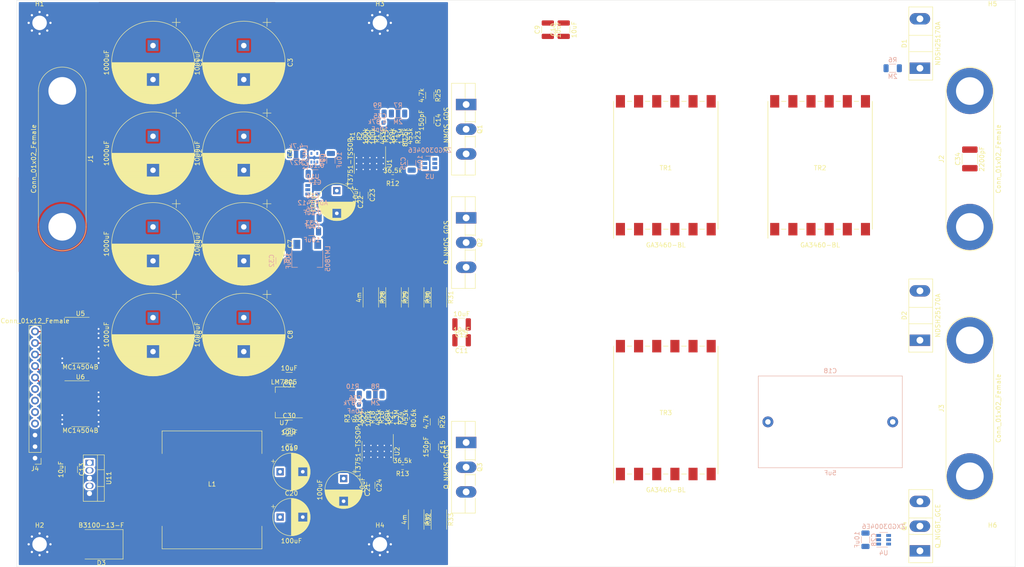
<source format=kicad_pcb>
(kicad_pcb (version 20171130) (host pcbnew 5.1.9+dfsg1-1~bpo10+1)
  (layers (0 F.Cu signal) (31 B.Cu signal) (34 B.Paste user) (35 F.Paste user) (36 B.SilkS user) (37 F.SilkS user) (38 B.Mask user) (39 F.Mask user) (44 Edge.Cuts user))
  (net 0 "")
  (net 1 GND)
  (net 2 VCC)
  (net 3 Vtrans)
  (net 4 /Transformer/out+)
  (net 5 "Net-(Q1-Pad3)")
  (net 6 /Transformer/in-)
  (net 7 ~FAULT~)
  (net 8 "Net-(C15-Pad1)")
  (net 9 "Net-(D2-Pad2)")
  (net 10 FIRE)
  (net 11 CHARGE)
  (net 12 CHARGE_IGN)
  (net 13 ~FAULT_5V~)
  (net 14 ~FAULT_IGN_5V~)
  (net 15 Charged)
  (net 16 +5V)
  (net 17 "Net-(Q3-Pad1)")
  (net 18 "Net-(R13-Pad2)")
  (net 19 "Net-(R17-Pad1)")
  (net 20 "Net-(R18-Pad1)")
  (net 21 "Net-(R19-Pad1)")
  (net 22 "Net-(R20-Pad1)")
  (net 23 "Net-(R21-Pad1)")
  (net 24 "Net-(R22-Pad1)")
  (net 25 ~FAULT_IGN~)
  (net 26 CHARGE_IGN_5V)
  (net 27 CHARGE_5V)
  (net 28 FIRE_5V)
  (net 29 "Net-(J3-Pad1)")
  (net 30 "Net-(C14-Pad1)")
  (net 31 "Net-(C15-Pad2)")
  (net 32 +5VA)
  (net 33 "Net-(C18-Pad1)")
  (net 34 +5VD)
  (net 35 "Net-(C34-Pad1)")
  (net 36 "Net-(C35-Pad1)")
  (net 37 "Net-(C36-Pad1)")
  (net 38 Drive_out)
  (net 39 "Net-(Q3-Pad3)")
  (net 40 "Net-(Q4-Pad1)")
  (net 41 "Net-(R1-Pad1)")
  (net 42 "Net-(R3-Pad1)")
  (net 43 "Net-(R6-Pad2)")
  (net 44 "Net-(R12-Pad2)")
  (net 45 "Net-(R15-Pad1)")
  (net 46 "Net-(R16-Pad1)")
  (net 47 "Net-(R23-Pad2)")
  (net 48 "Net-(R24-Pad2)")
  (net 49 Drive_in)
  (net 50 "Net-(U5-Pad15)")
  (net 51 "Net-(U5-Pad12)")
  (net 52 "Net-(U5-Pad10)")
  (net 53 "Net-(U6-Pad15)")
  (net 54 "Net-(U6-Pad12)")
  (net 55 "Net-(U6-Pad10)")
  (net 56 "Net-(U6-Pad6)")
  (net 57 "Net-(C17-Pad1)")
  (net 58 "Net-(D3-Pad1)")
  (module MountingHole:MountingHole_3.2mm_M3 (layer F.Cu) (at 235 160)
    (fp_text reference H6 (at 0 -4.2) (layer F.SilkS))
    (fp_text value MountingHole_Pad)
    (pad 1 np_thru_hole circle (at 0 0) (size 3.2 3.2) (drill 3.2) (layers *.Cu *.Mask))
  )
  (module MountingHole:MountingHole_3.2mm_M3 (layer F.Cu) (at 235 45)
    (fp_text reference H5 (at 0 -4.2) (layer F.SilkS))
    (fp_text value MountingHole_Pad)
    (pad 1 np_thru_hole circle (at 0 0) (size 3.2 3.2) (drill 3.2) (layers *.Cu *.Mask))
  )
  (module Package_TO_SOT_THT:TO-220-5_Vertical (layer F.Cu) (at 36 142 270)
    (fp_text reference U11 (at 3.4 -4.27 90) (layer F.SilkS))
    (fp_text value LM2576HVT-15)
    (pad 5 thru_hole oval (at 6.8 0 270) (size 1.275 1.8) (drill 1.1) (layers *.Cu *.Mask) (net 1 GND))
    (pad 4 thru_hole oval (at 5.1 0 270) (size 1.275 1.8) (drill 1.1) (layers *.Cu *.Mask) (net 2 VCC))
    (pad 3 thru_hole oval (at 3.4 0 270) (size 1.275 1.8) (drill 1.1) (layers *.Cu *.Mask) (net 1 GND))
    (pad 2 thru_hole oval (at 1.7 0 270) (size 1.275 1.8) (drill 1.1) (layers *.Cu *.Mask) (net 58 "Net-(D3-Pad1)"))
    (pad 1 thru_hole rect (at 0 0 270) (size 1.275 1.8) (drill 1.1) (layers *.Cu *.Mask) (net 3 Vtrans))
  )
  (module High_Voltage_Power_Supply:60B334C (layer F.Cu) (at 63 148)
    (fp_text reference L1 (at 0 -1.27) (layer F.SilkS))
    (fp_text value 330uH)
    (pad 2 smd rect (at 10.4 0) (size 3 14) (layers F.Cu F.Paste F.Mask) (net 2 VCC))
    (pad 1 smd rect (at -10.4 0 90) (size 14 3) (layers F.Cu F.Paste F.Mask) (net 58 "Net-(D3-Pad1)"))
  )
  (module Capacitor_THT:CP_Radial_D8.0mm_P5.00mm (layer F.Cu) (at 78 144)
    (fp_text reference C19 (at 2.5 -5.25) (layer F.SilkS))
    (fp_text value 100uF)
    (pad 2 thru_hole circle (at 5 0) (size 1.6 1.6) (drill 0.8) (layers *.Cu *.Mask) (net 1 GND))
    (pad 1 thru_hole rect (at 0 0) (size 1.6 1.6) (drill 0.8) (layers *.Cu *.Mask) (net 2 VCC))
  )
  (module MountingHole:MountingHole_3.2mm_M3_Pad_Via (layer F.Cu) (at 100 160)
    (fp_text reference H4 (at 0 -4.2) (layer F.SilkS))
    (fp_text value MountingHole_Pad)
    (pad 1 thru_hole circle (at 1.697056 -1.697056) (size 0.8 0.8) (drill 0.5) (layers *.Cu *.Mask) (net 1 GND))
    (pad 1 thru_hole circle (at 0 -2.4) (size 0.8 0.8) (drill 0.5) (layers *.Cu *.Mask) (net 1 GND))
    (pad 1 thru_hole circle (at -1.697056 -1.697056) (size 0.8 0.8) (drill 0.5) (layers *.Cu *.Mask) (net 1 GND))
    (pad 1 thru_hole circle (at -2.4 0) (size 0.8 0.8) (drill 0.5) (layers *.Cu *.Mask) (net 1 GND))
    (pad 1 thru_hole circle (at -1.697056 1.697056) (size 0.8 0.8) (drill 0.5) (layers *.Cu *.Mask) (net 1 GND))
    (pad 1 thru_hole circle (at 0 2.4) (size 0.8 0.8) (drill 0.5) (layers *.Cu *.Mask) (net 1 GND))
    (pad 1 thru_hole circle (at 1.697056 1.697056) (size 0.8 0.8) (drill 0.5) (layers *.Cu *.Mask) (net 1 GND))
    (pad 1 thru_hole circle (at 2.4 0) (size 0.8 0.8) (drill 0.5) (layers *.Cu *.Mask) (net 1 GND))
    (pad 1 thru_hole circle (at 0 0) (size 6.4 6.4) (drill 3.2) (layers *.Cu *.Mask) (net 1 GND))
  )
  (module MountingHole:MountingHole_3.2mm_M3_Pad_Via (layer F.Cu) (at 100 45)
    (fp_text reference H3 (at 0 -4.2) (layer F.SilkS))
    (fp_text value MountingHole_Pad)
    (pad 1 thru_hole circle (at 1.697056 -1.697056) (size 0.8 0.8) (drill 0.5) (layers *.Cu *.Mask) (net 1 GND))
    (pad 1 thru_hole circle (at 0 -2.4) (size 0.8 0.8) (drill 0.5) (layers *.Cu *.Mask) (net 1 GND))
    (pad 1 thru_hole circle (at -1.697056 -1.697056) (size 0.8 0.8) (drill 0.5) (layers *.Cu *.Mask) (net 1 GND))
    (pad 1 thru_hole circle (at -2.4 0) (size 0.8 0.8) (drill 0.5) (layers *.Cu *.Mask) (net 1 GND))
    (pad 1 thru_hole circle (at -1.697056 1.697056) (size 0.8 0.8) (drill 0.5) (layers *.Cu *.Mask) (net 1 GND))
    (pad 1 thru_hole circle (at 0 2.4) (size 0.8 0.8) (drill 0.5) (layers *.Cu *.Mask) (net 1 GND))
    (pad 1 thru_hole circle (at 1.697056 1.697056) (size 0.8 0.8) (drill 0.5) (layers *.Cu *.Mask) (net 1 GND))
    (pad 1 thru_hole circle (at 2.4 0) (size 0.8 0.8) (drill 0.5) (layers *.Cu *.Mask) (net 1 GND))
    (pad 1 thru_hole circle (at 0 0) (size 6.4 6.4) (drill 3.2) (layers *.Cu *.Mask) (net 1 GND))
  )
  (module MountingHole:MountingHole_3.2mm_M3_Pad_Via (layer F.Cu) (at 25 160)
    (fp_text reference H2 (at 0 -4.2) (layer F.SilkS))
    (fp_text value MountingHole_Pad)
    (pad 1 thru_hole circle (at 1.697056 -1.697056) (size 0.8 0.8) (drill 0.5) (layers *.Cu *.Mask) (net 1 GND))
    (pad 1 thru_hole circle (at 0 -2.4) (size 0.8 0.8) (drill 0.5) (layers *.Cu *.Mask) (net 1 GND))
    (pad 1 thru_hole circle (at -1.697056 -1.697056) (size 0.8 0.8) (drill 0.5) (layers *.Cu *.Mask) (net 1 GND))
    (pad 1 thru_hole circle (at -2.4 0) (size 0.8 0.8) (drill 0.5) (layers *.Cu *.Mask) (net 1 GND))
    (pad 1 thru_hole circle (at -1.697056 1.697056) (size 0.8 0.8) (drill 0.5) (layers *.Cu *.Mask) (net 1 GND))
    (pad 1 thru_hole circle (at 0 2.4) (size 0.8 0.8) (drill 0.5) (layers *.Cu *.Mask) (net 1 GND))
    (pad 1 thru_hole circle (at 1.697056 1.697056) (size 0.8 0.8) (drill 0.5) (layers *.Cu *.Mask) (net 1 GND))
    (pad 1 thru_hole circle (at 2.4 0) (size 0.8 0.8) (drill 0.5) (layers *.Cu *.Mask) (net 1 GND))
    (pad 1 thru_hole circle (at 0 0) (size 6.4 6.4) (drill 3.2) (layers *.Cu *.Mask) (net 1 GND))
  )
  (module MountingHole:MountingHole_3.2mm_M3_Pad_Via (layer F.Cu) (at 25 45)
    (fp_text reference H1 (at 0 -4.2) (layer F.SilkS))
    (fp_text value MountingHole_Pad)
    (pad 1 thru_hole circle (at 1.697056 -1.697056) (size 0.8 0.8) (drill 0.5) (layers *.Cu *.Mask) (net 1 GND))
    (pad 1 thru_hole circle (at 0 -2.4) (size 0.8 0.8) (drill 0.5) (layers *.Cu *.Mask) (net 1 GND))
    (pad 1 thru_hole circle (at -1.697056 -1.697056) (size 0.8 0.8) (drill 0.5) (layers *.Cu *.Mask) (net 1 GND))
    (pad 1 thru_hole circle (at -2.4 0) (size 0.8 0.8) (drill 0.5) (layers *.Cu *.Mask) (net 1 GND))
    (pad 1 thru_hole circle (at -1.697056 1.697056) (size 0.8 0.8) (drill 0.5) (layers *.Cu *.Mask) (net 1 GND))
    (pad 1 thru_hole circle (at 0 2.4) (size 0.8 0.8) (drill 0.5) (layers *.Cu *.Mask) (net 1 GND))
    (pad 1 thru_hole circle (at 1.697056 1.697056) (size 0.8 0.8) (drill 0.5) (layers *.Cu *.Mask) (net 1 GND))
    (pad 1 thru_hole circle (at 2.4 0) (size 0.8 0.8) (drill 0.5) (layers *.Cu *.Mask) (net 1 GND))
    (pad 1 thru_hole circle (at 0 0) (size 6.4 6.4) (drill 3.2) (layers *.Cu *.Mask) (net 1 GND))
  )
  (module Package_TO_SOT_SMD:SOT-23-6 (layer B.Cu) (at 85.2 81.8 180)
    (fp_text reference U10 (at 0 2.9) (layer B.SilkS) (effects (justify mirror)))
    (fp_text value ADR3412 (at 0 -2.9) (layer B.SilkS) (effects (justify mirror)))
    (pad 5 smd rect (at 1.1 0 180) (size 1.06 0.65) (layers B.Cu B.Paste B.Mask) (net 57 "Net-(C17-Pad1)"))
    (pad 6 smd rect (at 1.1 0.95 180) (size 1.06 0.65) (layers B.Cu B.Paste B.Mask) (net 57 "Net-(C17-Pad1)"))
    (pad 4 smd rect (at 1.1 -0.95 180) (size 1.06 0.65) (layers B.Cu B.Paste B.Mask) (net 32 +5VA))
    (pad 3 smd rect (at -1.1 -0.95 180) (size 1.06 0.65) (layers B.Cu B.Paste B.Mask) (net 32 +5VA))
    (pad 2 smd rect (at -1.1 0 180) (size 1.06 0.65) (layers B.Cu B.Paste B.Mask) (net 1 GND))
    (pad 1 smd rect (at -1.1 0.95 180) (size 1.06 0.65) (layers B.Cu B.Paste B.Mask) (net 1 GND))
  )
  (module Package_TO_SOT_SMD:SOT-353_SC-70-5 (layer B.Cu) (at 85.55 74.75 90)
    (fp_text reference U9 (at 0 2 90) (layer B.SilkS) (effects (justify mirror)))
    (fp_text value LMV331 (at 0 -2 270) (layer B.SilkS) (effects (justify mirror)))
    (pad 5 smd rect (at 0.95 0.65 90) (size 0.65 0.4) (layers B.Cu B.Paste B.Mask) (net 32 +5VA))
    (pad 4 smd rect (at 0.95 -0.65 90) (size 0.65 0.4) (layers B.Cu B.Paste B.Mask) (net 15 Charged))
    (pad 2 smd rect (at -0.95 0 90) (size 0.65 0.4) (layers B.Cu B.Paste B.Mask) (net 1 GND))
    (pad 3 smd rect (at -0.95 -0.65 90) (size 0.65 0.4) (layers B.Cu B.Paste B.Mask) (net 57 "Net-(C17-Pad1)"))
    (pad 1 smd rect (at -0.95 0.65 90) (size 0.65 0.4) (layers B.Cu B.Paste B.Mask) (net 36 "Net-(C35-Pad1)"))
  )
  (module Package_TO_SOT_SMD:SOT-223-3_TabPin2 (layer B.Cu) (at 84 97 270)
    (fp_text reference U8 (at 0 4.5 270) (layer B.SilkS) (effects (justify mirror)))
    (fp_text value LM7805 (at 0 -4.5 270) (layer B.SilkS) (effects (justify mirror)))
    (pad 1 smd rect (at -3.15 2.3 270) (size 2 1.5) (layers B.Cu B.Paste B.Mask) (net 2 VCC))
    (pad 3 smd rect (at -3.15 -2.3 270) (size 2 1.5) (layers B.Cu B.Paste B.Mask) (net 32 +5VA))
    (pad 2 smd rect (at -3.15 0 270) (size 2 1.5) (layers B.Cu B.Paste B.Mask) (net 1 GND))
    (pad 2 smd rect (at 3.15 0 270) (size 2 3.8) (layers B.Cu B.Paste B.Mask) (net 1 GND))
  )
  (module Package_TO_SOT_SMD:SOT-223-3_TabPin2 (layer F.Cu) (at 78.85 128.7 180)
    (fp_text reference U7 (at 0 -4.5) (layer F.SilkS))
    (fp_text value LM7805 (at 0 4.5) (layer F.SilkS))
    (pad 1 smd rect (at -3.15 -2.3 180) (size 2 1.5) (layers F.Cu F.Paste F.Mask) (net 2 VCC))
    (pad 3 smd rect (at -3.15 2.3 180) (size 2 1.5) (layers F.Cu F.Paste F.Mask) (net 34 +5VD))
    (pad 2 smd rect (at -3.15 0 180) (size 2 1.5) (layers F.Cu F.Paste F.Mask) (net 1 GND))
    (pad 2 smd rect (at 3.15 0 180) (size 2 3.8) (layers F.Cu F.Paste F.Mask) (net 1 GND))
  )
  (module Package_SO:SOIC-16_3.9x9.9mm_P1.27mm (layer F.Cu) (at 34 129)
    (fp_text reference U6 (at 0 -5.9) (layer F.SilkS))
    (fp_text value MC14504B (at 0 5.9) (layer F.SilkS))
    (pad 16 smd roundrect (at 2.475 -4.445) (size 1.95 0.6) (layers F.Cu F.Paste F.Mask) (net 16 +5V))
    (pad 15 smd roundrect (at 2.475 -3.175) (size 1.95 0.6) (layers F.Cu F.Paste F.Mask) (net 53 "Net-(U6-Pad15)"))
    (pad 14 smd roundrect (at 2.475 -1.905) (size 1.95 0.6) (layers F.Cu F.Paste F.Mask) (net 1 GND))
    (pad 13 smd roundrect (at 2.475 -0.635) (size 1.95 0.6) (layers F.Cu F.Paste F.Mask) (net 1 GND))
    (pad 12 smd roundrect (at 2.475 0.635) (size 1.95 0.6) (layers F.Cu F.Paste F.Mask) (net 54 "Net-(U6-Pad12)"))
    (pad 11 smd roundrect (at 2.475 1.905) (size 1.95 0.6) (layers F.Cu F.Paste F.Mask) (net 1 GND))
    (pad 10 smd roundrect (at 2.475 3.175) (size 1.95 0.6) (layers F.Cu F.Paste F.Mask) (net 55 "Net-(U6-Pad10)"))
    (pad 9 smd roundrect (at 2.475 4.445) (size 1.95 0.6) (layers F.Cu F.Paste F.Mask) (net 1 GND))
    (pad 8 smd roundrect (at -2.475 4.445) (size 1.95 0.6) (layers F.Cu F.Paste F.Mask) (net 1 GND))
    (pad 7 smd roundrect (at -2.475 3.175) (size 1.95 0.6) (layers F.Cu F.Paste F.Mask) (net 1 GND))
    (pad 6 smd roundrect (at -2.475 1.905) (size 1.95 0.6) (layers F.Cu F.Paste F.Mask) (net 56 "Net-(U6-Pad6)"))
    (pad 5 smd roundrect (at -2.475 0.635) (size 1.95 0.6) (layers F.Cu F.Paste F.Mask) (net 25 ~FAULT_IGN~))
    (pad 4 smd roundrect (at -2.475 -0.635) (size 1.95 0.6) (layers F.Cu F.Paste F.Mask) (net 13 ~FAULT_5V~))
    (pad 3 smd roundrect (at -2.475 -1.905) (size 1.95 0.6) (layers F.Cu F.Paste F.Mask) (net 7 ~FAULT~))
    (pad 2 smd roundrect (at -2.475 -3.175) (size 1.95 0.6) (layers F.Cu F.Paste F.Mask) (net 14 ~FAULT_IGN_5V~))
    (pad 1 smd roundrect (at -2.475 -4.445) (size 1.95 0.6) (layers F.Cu F.Paste F.Mask) (net 2 VCC))
  )
  (module Package_SO:SOIC-16_3.9x9.9mm_P1.27mm (layer F.Cu) (at 34 115)
    (fp_text reference U5 (at 0 -5.9) (layer F.SilkS))
    (fp_text value MC14504B (at 0 5.9) (layer F.SilkS))
    (pad 16 smd roundrect (at 2.475 -4.445) (size 1.95 0.6) (layers F.Cu F.Paste F.Mask) (net 2 VCC))
    (pad 15 smd roundrect (at 2.475 -3.175) (size 1.95 0.6) (layers F.Cu F.Paste F.Mask) (net 50 "Net-(U5-Pad15)"))
    (pad 14 smd roundrect (at 2.475 -1.905) (size 1.95 0.6) (layers F.Cu F.Paste F.Mask) (net 1 GND))
    (pad 13 smd roundrect (at 2.475 -0.635) (size 1.95 0.6) (layers F.Cu F.Paste F.Mask) (net 1 GND))
    (pad 12 smd roundrect (at 2.475 0.635) (size 1.95 0.6) (layers F.Cu F.Paste F.Mask) (net 51 "Net-(U5-Pad12)"))
    (pad 11 smd roundrect (at 2.475 1.905) (size 1.95 0.6) (layers F.Cu F.Paste F.Mask) (net 1 GND))
    (pad 10 smd roundrect (at 2.475 3.175) (size 1.95 0.6) (layers F.Cu F.Paste F.Mask) (net 52 "Net-(U5-Pad10)"))
    (pad 9 smd roundrect (at 2.475 4.445) (size 1.95 0.6) (layers F.Cu F.Paste F.Mask) (net 1 GND))
    (pad 8 smd roundrect (at -2.475 4.445) (size 1.95 0.6) (layers F.Cu F.Paste F.Mask) (net 1 GND))
    (pad 7 smd roundrect (at -2.475 3.175) (size 1.95 0.6) (layers F.Cu F.Paste F.Mask) (net 26 CHARGE_IGN_5V))
    (pad 6 smd roundrect (at -2.475 1.905) (size 1.95 0.6) (layers F.Cu F.Paste F.Mask) (net 12 CHARGE_IGN))
    (pad 5 smd roundrect (at -2.475 0.635) (size 1.95 0.6) (layers F.Cu F.Paste F.Mask) (net 27 CHARGE_5V))
    (pad 4 smd roundrect (at -2.475 -0.635) (size 1.95 0.6) (layers F.Cu F.Paste F.Mask) (net 11 CHARGE))
    (pad 3 smd roundrect (at -2.475 -1.905) (size 1.95 0.6) (layers F.Cu F.Paste F.Mask) (net 28 FIRE_5V))
    (pad 2 smd roundrect (at -2.475 -3.175) (size 1.95 0.6) (layers F.Cu F.Paste F.Mask) (net 10 FIRE))
    (pad 1 smd roundrect (at -2.475 -4.445) (size 1.95 0.6) (layers F.Cu F.Paste F.Mask) (net 16 +5V))
  )
  (module Package_TO_SOT_SMD:SOT-23-6 (layer B.Cu) (at 211 159)
    (fp_text reference U4 (at 0 2.9) (layer B.SilkS) (effects (justify mirror)))
    (fp_text value ZXGD3004E6 (at 0 -2.9) (layer B.SilkS) (effects (justify mirror)))
    (pad 5 smd rect (at 1.1 0) (size 1.06 0.65) (layers B.Cu B.Paste B.Mask) (net 10 FIRE))
    (pad 6 smd rect (at 1.1 0.95) (size 1.06 0.65) (layers B.Cu B.Paste B.Mask) (net 40 "Net-(Q4-Pad1)"))
    (pad 4 smd rect (at 1.1 -0.95) (size 1.06 0.65) (layers B.Cu B.Paste B.Mask) (net 40 "Net-(Q4-Pad1)"))
    (pad 3 smd rect (at -1.1 -0.95) (size 1.06 0.65) (layers B.Cu B.Paste B.Mask) (net 1 GND))
    (pad 2 smd rect (at -1.1 0) (size 1.06 0.65) (layers B.Cu B.Paste B.Mask) (net 10 FIRE))
    (pad 1 smd rect (at -1.1 0.95) (size 1.06 0.65) (layers B.Cu B.Paste B.Mask) (net 2 VCC))
  )
  (module Package_TO_SOT_SMD:SOT-23-6 (layer B.Cu) (at 111 76)
    (fp_text reference U3 (at 0 2.9) (layer B.SilkS) (effects (justify mirror)))
    (fp_text value ZXGD3004E6 (at 0 -2.9) (layer B.SilkS) (effects (justify mirror)))
    (pad 5 smd rect (at 1.1 0) (size 1.06 0.65) (layers B.Cu B.Paste B.Mask) (net 49 Drive_in))
    (pad 6 smd rect (at 1.1 0.95) (size 1.06 0.65) (layers B.Cu B.Paste B.Mask) (net 38 Drive_out))
    (pad 4 smd rect (at 1.1 -0.95) (size 1.06 0.65) (layers B.Cu B.Paste B.Mask) (net 38 Drive_out))
    (pad 3 smd rect (at -1.1 -0.95) (size 1.06 0.65) (layers B.Cu B.Paste B.Mask) (net 1 GND))
    (pad 2 smd rect (at -1.1 0) (size 1.06 0.65) (layers B.Cu B.Paste B.Mask) (net 49 Drive_in))
    (pad 1 smd rect (at -1.1 0.95) (size 1.06 0.65) (layers B.Cu B.Paste B.Mask) (net 2 VCC))
  )
  (module Package_SO:HTSSOP-20-1EP_4.4x6.5mm_P0.65mm_EP3.4x6.5mm_ThermalVias (layer F.Cu) (at 99.5 139.5 270)
    (fp_text reference U2 (at 0 -4.3 90) (layer F.SilkS))
    (fp_text value LT3751-TSSOP (at 0 4.3 90) (layer F.SilkS))
    (pad 21 thru_hole circle (at -1.3 2.95 270) (size 0.6 0.6) (drill 0.3) (layers *.Cu) (net 1 GND))
    (pad 21 thru_hole circle (at 0 2.95 270) (size 0.6 0.6) (drill 0.3) (layers *.Cu) (net 1 GND))
    (pad 21 thru_hole circle (at 1.3 2.95 270) (size 0.6 0.6) (drill 0.3) (layers *.Cu) (net 1 GND))
    (pad 21 thru_hole circle (at -1.3 1.475 270) (size 0.6 0.6) (drill 0.3) (layers *.Cu) (net 1 GND))
    (pad 21 thru_hole circle (at 0 1.475 270) (size 0.6 0.6) (drill 0.3) (layers *.Cu) (net 1 GND))
    (pad 21 thru_hole circle (at 1.3 1.475 270) (size 0.6 0.6) (drill 0.3) (layers *.Cu) (net 1 GND))
    (pad 21 thru_hole circle (at -1.3 0 270) (size 0.6 0.6) (drill 0.3) (layers *.Cu) (net 1 GND))
    (pad 21 thru_hole circle (at 0 0 270) (size 0.6 0.6) (drill 0.3) (layers *.Cu) (net 1 GND))
    (pad 21 thru_hole circle (at 1.3 0 270) (size 0.6 0.6) (drill 0.3) (layers *.Cu) (net 1 GND))
    (pad 21 thru_hole circle (at -1.3 -1.475 270) (size 0.6 0.6) (drill 0.3) (layers *.Cu) (net 1 GND))
    (pad 21 thru_hole circle (at 0 -1.475 270) (size 0.6 0.6) (drill 0.3) (layers *.Cu) (net 1 GND))
    (pad 21 thru_hole circle (at 1.3 -1.475 270) (size 0.6 0.6) (drill 0.3) (layers *.Cu) (net 1 GND))
    (pad 21 thru_hole circle (at 1.3 -2.95 270) (size 0.6 0.6) (drill 0.3) (layers *.Cu) (net 1 GND))
    (pad 21 thru_hole circle (at 0 -2.95 270) (size 0.6 0.6) (drill 0.3) (layers *.Cu) (net 1 GND))
    (pad 21 smd rect (at 0 0 270) (size 3.4 6.5) (layers F.Cu F.Mask) (net 1 GND))
    (pad 21 thru_hole circle (at -1.3 -2.95 270) (size 0.6 0.6) (drill 0.3) (layers *.Cu) (net 1 GND))
    (pad 20 smd rect (at 2.95 -2.92 270) (size 1.45 0.45) (layers F.Cu F.Paste F.Mask) (net 18 "Net-(R13-Pad2)"))
    (pad 19 smd rect (at 2.95 -2.27 270) (size 1.45 0.45) (layers F.Cu F.Paste F.Mask))
    (pad 18 smd rect (at 2.95 -1.62 270) (size 1.45 0.45) (layers F.Cu F.Paste F.Mask) (net 1 GND))
    (pad 17 smd rect (at 2.95 -0.97 270) (size 1.45 0.45) (layers F.Cu F.Paste F.Mask))
    (pad 16 smd rect (at 2.95 -0.33 270) (size 1.45 0.45) (layers F.Cu F.Paste F.Mask) (net 1 GND))
    (pad 15 smd rect (at 2.95 0.33 270) (size 1.45 0.45) (layers F.Cu F.Paste F.Mask) (net 17 "Net-(Q3-Pad1)"))
    (pad 14 smd rect (at 2.95 0.97 270) (size 1.45 0.45) (layers F.Cu F.Paste F.Mask) (net 2 VCC))
    (pad 13 smd rect (at 2.95 1.62 270) (size 1.45 0.45) (layers F.Cu F.Paste F.Mask) (net 2 VCC))
    (pad 12 smd rect (at 2.95 2.27 270) (size 1.45 0.45) (layers F.Cu F.Paste F.Mask) (net 39 "Net-(Q3-Pad3)"))
    (pad 11 smd rect (at 2.95 2.92 270) (size 1.45 0.45) (layers F.Cu F.Paste F.Mask) (net 1 GND))
    (pad 10 smd rect (at -2.95 2.92 270) (size 1.45 0.45) (layers F.Cu F.Paste F.Mask) (net 37 "Net-(C36-Pad1)"))
    (pad 9 smd rect (at -2.95 2.27 270) (size 1.45 0.45) (layers F.Cu F.Paste F.Mask) (net 1 GND))
    (pad 8 smd rect (at -2.95 1.62 270) (size 1.45 0.45) (layers F.Cu F.Paste F.Mask) (net 12 CHARGE_IGN))
    (pad 7 smd rect (at -2.95 0.97 270) (size 1.45 0.45) (layers F.Cu F.Paste F.Mask) (net 42 "Net-(R3-Pad1)"))
    (pad 6 smd rect (at -2.95 0.33 270) (size 1.45 0.45) (layers F.Cu F.Paste F.Mask) (net 25 ~FAULT_IGN~))
    (pad 5 smd rect (at -2.95 -0.33 270) (size 1.45 0.45) (layers F.Cu F.Paste F.Mask) (net 24 "Net-(R22-Pad1)"))
    (pad 4 smd rect (at -2.95 -0.97 270) (size 1.45 0.45) (layers F.Cu F.Paste F.Mask) (net 20 "Net-(R18-Pad1)"))
    (pad 3 smd rect (at -2.95 -1.62 270) (size 1.45 0.45) (layers F.Cu F.Paste F.Mask) (net 46 "Net-(R16-Pad1)"))
    (pad 2 smd rect (at -2.95 -2.27 270) (size 1.45 0.45) (layers F.Cu F.Paste F.Mask) (net 23 "Net-(R21-Pad1)"))
    (pad 1 smd rect (at -2.95 -2.92 270) (size 1.45 0.45) (layers F.Cu F.Paste F.Mask) (net 48 "Net-(R24-Pad2)"))
    (pad 21 smd rect (at 0 0 270) (size 3.4 6.5) (layers B.Cu) (net 1 GND))
  )
  (module Package_SO:HTSSOP-20-1EP_4.4x6.5mm_P0.65mm_EP3.4x6.5mm_ThermalVias (layer F.Cu) (at 97.8 76.025 270)
    (fp_text reference U1 (at 0 -4.3 90) (layer F.SilkS))
    (fp_text value LT3751-TSSOP (at 0 4.3 90) (layer F.SilkS))
    (pad 21 thru_hole circle (at -1.3 2.95 270) (size 0.6 0.6) (drill 0.3) (layers *.Cu) (net 1 GND))
    (pad 21 thru_hole circle (at 0 2.95 270) (size 0.6 0.6) (drill 0.3) (layers *.Cu) (net 1 GND))
    (pad 21 thru_hole circle (at 1.3 2.95 270) (size 0.6 0.6) (drill 0.3) (layers *.Cu) (net 1 GND))
    (pad 21 thru_hole circle (at -1.3 1.475 270) (size 0.6 0.6) (drill 0.3) (layers *.Cu) (net 1 GND))
    (pad 21 thru_hole circle (at 0 1.475 270) (size 0.6 0.6) (drill 0.3) (layers *.Cu) (net 1 GND))
    (pad 21 thru_hole circle (at 1.3 1.475 270) (size 0.6 0.6) (drill 0.3) (layers *.Cu) (net 1 GND))
    (pad 21 thru_hole circle (at -1.3 0 270) (size 0.6 0.6) (drill 0.3) (layers *.Cu) (net 1 GND))
    (pad 21 thru_hole circle (at 0 0 270) (size 0.6 0.6) (drill 0.3) (layers *.Cu) (net 1 GND))
    (pad 21 thru_hole circle (at 1.3 0 270) (size 0.6 0.6) (drill 0.3) (layers *.Cu) (net 1 GND))
    (pad 21 thru_hole circle (at -1.3 -1.475 270) (size 0.6 0.6) (drill 0.3) (layers *.Cu) (net 1 GND))
    (pad 21 thru_hole circle (at 0 -1.475 270) (size 0.6 0.6) (drill 0.3) (layers *.Cu) (net 1 GND))
    (pad 21 thru_hole circle (at 1.3 -1.475 270) (size 0.6 0.6) (drill 0.3) (layers *.Cu) (net 1 GND))
    (pad 21 thru_hole circle (at 1.3 -2.95 270) (size 0.6 0.6) (drill 0.3) (layers *.Cu) (net 1 GND))
    (pad 21 thru_hole circle (at 0 -2.95 270) (size 0.6 0.6) (drill 0.3) (layers *.Cu) (net 1 GND))
    (pad 21 smd rect (at 0 0 270) (size 3.4 6.5) (layers F.Cu F.Mask) (net 1 GND))
    (pad 21 thru_hole circle (at -1.3 -2.95 270) (size 0.6 0.6) (drill 0.3) (layers *.Cu) (net 1 GND))
    (pad 20 smd rect (at 2.95 -2.92 270) (size 1.45 0.45) (layers F.Cu F.Paste F.Mask) (net 44 "Net-(R12-Pad2)"))
    (pad 19 smd rect (at 2.95 -2.27 270) (size 1.45 0.45) (layers F.Cu F.Paste F.Mask))
    (pad 18 smd rect (at 2.95 -1.62 270) (size 1.45 0.45) (layers F.Cu F.Paste F.Mask) (net 1 GND))
    (pad 17 smd rect (at 2.95 -0.97 270) (size 1.45 0.45) (layers F.Cu F.Paste F.Mask))
    (pad 16 smd rect (at 2.95 -0.33 270) (size 1.45 0.45) (layers F.Cu F.Paste F.Mask) (net 1 GND))
    (pad 15 smd rect (at 2.95 0.33 270) (size 1.45 0.45) (layers F.Cu F.Paste F.Mask) (net 49 Drive_in))
    (pad 14 smd rect (at 2.95 0.97 270) (size 1.45 0.45) (layers F.Cu F.Paste F.Mask) (net 2 VCC))
    (pad 13 smd rect (at 2.95 1.62 270) (size 1.45 0.45) (layers F.Cu F.Paste F.Mask) (net 2 VCC))
    (pad 12 smd rect (at 2.95 2.27 270) (size 1.45 0.45) (layers F.Cu F.Paste F.Mask) (net 5 "Net-(Q1-Pad3)"))
    (pad 11 smd rect (at 2.95 2.92 270) (size 1.45 0.45) (layers F.Cu F.Paste F.Mask) (net 1 GND))
    (pad 10 smd rect (at -2.95 2.92 270) (size 1.45 0.45) (layers F.Cu F.Paste F.Mask) (net 36 "Net-(C35-Pad1)"))
    (pad 9 smd rect (at -2.95 2.27 270) (size 1.45 0.45) (layers F.Cu F.Paste F.Mask) (net 1 GND))
    (pad 8 smd rect (at -2.95 1.62 270) (size 1.45 0.45) (layers F.Cu F.Paste F.Mask) (net 11 CHARGE))
    (pad 7 smd rect (at -2.95 0.97 270) (size 1.45 0.45) (layers F.Cu F.Paste F.Mask) (net 41 "Net-(R1-Pad1)"))
    (pad 6 smd rect (at -2.95 0.33 270) (size 1.45 0.45) (layers F.Cu F.Paste F.Mask) (net 7 ~FAULT~))
    (pad 5 smd rect (at -2.95 -0.33 270) (size 1.45 0.45) (layers F.Cu F.Paste F.Mask) (net 22 "Net-(R20-Pad1)"))
    (pad 4 smd rect (at -2.95 -0.97 270) (size 1.45 0.45) (layers F.Cu F.Paste F.Mask) (net 19 "Net-(R17-Pad1)"))
    (pad 3 smd rect (at -2.95 -1.62 270) (size 1.45 0.45) (layers F.Cu F.Paste F.Mask) (net 45 "Net-(R15-Pad1)"))
    (pad 2 smd rect (at -2.95 -2.27 270) (size 1.45 0.45) (layers F.Cu F.Paste F.Mask) (net 21 "Net-(R19-Pad1)"))
    (pad 1 smd rect (at -2.95 -2.92 270) (size 1.45 0.45) (layers F.Cu F.Paste F.Mask) (net 47 "Net-(R23-Pad2)"))
    (pad 21 smd rect (at 0 0 270) (size 3.4 6.5) (layers B.Cu) (net 1 GND))
  )
  (module High_Voltage_Power_Supply:Transformer_Coilcraft_GA3460-BL (layer F.Cu) (at 163 131)
    (fp_text reference TR3 (at 0 0) (layer F.SilkS))
    (fp_text value GA3460-BL (at 0 17) (layer F.SilkS))
    (pad 12 smd rect (at -10 -14.7) (size 2 2.75) (layers F.Cu F.Paste F.Mask) (net 3 Vtrans))
    (pad 11 smd rect (at -6 -14.7) (size 2 2.75) (layers F.Cu F.Paste F.Mask) (net 3 Vtrans))
    (pad 10 smd rect (at -2 -14.7) (size 2 2.75) (layers F.Cu F.Paste F.Mask) (net 3 Vtrans))
    (pad 9 smd rect (at 2 -14.7) (size 2 2.75) (layers F.Cu F.Paste F.Mask) (net 3 Vtrans))
    (pad 8 smd rect (at 6 -14.7) (size 2 2.75) (layers F.Cu F.Paste F.Mask))
    (pad 7 smd rect (at 10 -14.7) (size 2 2.75) (layers F.Cu F.Paste F.Mask) (net 9 "Net-(D2-Pad2)"))
    (pad 6 smd rect (at 10 13.5) (size 2 2.75) (layers F.Cu F.Paste F.Mask) (net 1 GND))
    (pad 5 smd rect (at 6 13.5) (size 2 2.75) (layers F.Cu F.Paste F.Mask))
    (pad 4 smd rect (at 2 13.5) (size 2 2.75) (layers F.Cu F.Paste F.Mask) (net 31 "Net-(C15-Pad2)"))
    (pad 3 smd rect (at -2 13.5) (size 2 2.75) (layers F.Cu F.Paste F.Mask) (net 31 "Net-(C15-Pad2)"))
    (pad 2 smd rect (at -6 13.5) (size 2 2.75) (layers F.Cu F.Paste F.Mask) (net 31 "Net-(C15-Pad2)"))
    (pad 1 smd rect (at -10 13.5) (size 2 2.75) (layers F.Cu F.Paste F.Mask) (net 31 "Net-(C15-Pad2)"))
  )
  (module High_Voltage_Power_Supply:Transformer_Coilcraft_GA3460-BL (layer F.Cu) (at 197 77)
    (fp_text reference TR2 (at 0 0) (layer F.SilkS))
    (fp_text value GA3460-BL (at 0 17) (layer F.SilkS))
    (pad 12 smd rect (at -10 -14.7) (size 2 2.75) (layers F.Cu F.Paste F.Mask) (net 3 Vtrans))
    (pad 11 smd rect (at -6 -14.7) (size 2 2.75) (layers F.Cu F.Paste F.Mask) (net 3 Vtrans))
    (pad 10 smd rect (at -2 -14.7) (size 2 2.75) (layers F.Cu F.Paste F.Mask) (net 3 Vtrans))
    (pad 9 smd rect (at 2 -14.7) (size 2 2.75) (layers F.Cu F.Paste F.Mask) (net 3 Vtrans))
    (pad 8 smd rect (at 6 -14.7) (size 2 2.75) (layers F.Cu F.Paste F.Mask))
    (pad 7 smd rect (at 10 -14.7) (size 2 2.75) (layers F.Cu F.Paste F.Mask) (net 4 /Transformer/out+))
    (pad 6 smd rect (at 10 13.5) (size 2 2.75) (layers F.Cu F.Paste F.Mask) (net 1 GND))
    (pad 5 smd rect (at 6 13.5) (size 2 2.75) (layers F.Cu F.Paste F.Mask))
    (pad 4 smd rect (at 2 13.5) (size 2 2.75) (layers F.Cu F.Paste F.Mask) (net 6 /Transformer/in-))
    (pad 3 smd rect (at -2 13.5) (size 2 2.75) (layers F.Cu F.Paste F.Mask) (net 6 /Transformer/in-))
    (pad 2 smd rect (at -6 13.5) (size 2 2.75) (layers F.Cu F.Paste F.Mask) (net 6 /Transformer/in-))
    (pad 1 smd rect (at -10 13.5) (size 2 2.75) (layers F.Cu F.Paste F.Mask) (net 6 /Transformer/in-))
  )
  (module High_Voltage_Power_Supply:Transformer_Coilcraft_GA3460-BL (layer F.Cu) (at 163 77)
    (fp_text reference TR1 (at 0 0) (layer F.SilkS))
    (fp_text value GA3460-BL (at 0 17) (layer F.SilkS))
    (pad 12 smd rect (at -10 -14.7) (size 2 2.75) (layers F.Cu F.Paste F.Mask) (net 3 Vtrans))
    (pad 11 smd rect (at -6 -14.7) (size 2 2.75) (layers F.Cu F.Paste F.Mask) (net 3 Vtrans))
    (pad 10 smd rect (at -2 -14.7) (size 2 2.75) (layers F.Cu F.Paste F.Mask) (net 3 Vtrans))
    (pad 9 smd rect (at 2 -14.7) (size 2 2.75) (layers F.Cu F.Paste F.Mask) (net 3 Vtrans))
    (pad 8 smd rect (at 6 -14.7) (size 2 2.75) (layers F.Cu F.Paste F.Mask))
    (pad 7 smd rect (at 10 -14.7) (size 2 2.75) (layers F.Cu F.Paste F.Mask) (net 4 /Transformer/out+))
    (pad 6 smd rect (at 10 13.5) (size 2 2.75) (layers F.Cu F.Paste F.Mask) (net 1 GND))
    (pad 5 smd rect (at 6 13.5) (size 2 2.75) (layers F.Cu F.Paste F.Mask))
    (pad 4 smd rect (at 2 13.5) (size 2 2.75) (layers F.Cu F.Paste F.Mask) (net 6 /Transformer/in-))
    (pad 3 smd rect (at -2 13.5) (size 2 2.75) (layers F.Cu F.Paste F.Mask) (net 6 /Transformer/in-))
    (pad 2 smd rect (at -6 13.5) (size 2 2.75) (layers F.Cu F.Paste F.Mask) (net 6 /Transformer/in-))
    (pad 1 smd rect (at -10 13.5) (size 2 2.75) (layers F.Cu F.Paste F.Mask) (net 6 /Transformer/in-))
  )
  (module Resistor_SMD:R_2512_6332Metric (layer F.Cu) (at 113 154.5375 270)
    (fp_text reference R33 (at 0 -2.62 90) (layer F.SilkS))
    (fp_text value 4m (at 0 2.62 90) (layer F.SilkS))
    (pad 2 smd roundrect (at 2.9625 0 270) (size 1.225 3.35) (layers F.Cu F.Paste F.Mask) (roundrect_rratio 0.204082) (net 1 GND))
    (pad 1 smd roundrect (at -2.9625 0 270) (size 1.225 3.35) (layers F.Cu F.Paste F.Mask) (roundrect_rratio 0.204082) (net 39 "Net-(Q3-Pad3)"))
  )
  (module Resistor_SMD:R_2512_6332Metric (layer F.Cu) (at 108 154.5375 270)
    (fp_text reference R32 (at 0 -2.62 90) (layer F.SilkS))
    (fp_text value 4m (at 0 2.62 90) (layer F.SilkS))
    (pad 2 smd roundrect (at 2.9625 0 270) (size 1.225 3.35) (layers F.Cu F.Paste F.Mask) (roundrect_rratio 0.204082) (net 1 GND))
    (pad 1 smd roundrect (at -2.9625 0 270) (size 1.225 3.35) (layers F.Cu F.Paste F.Mask) (roundrect_rratio 0.204082) (net 39 "Net-(Q3-Pad3)"))
  )
  (module Resistor_SMD:R_2512_6332Metric (layer F.Cu) (at 113 105.5375 270)
    (fp_text reference R31 (at 0 -2.62 90) (layer F.SilkS))
    (fp_text value 4m (at 0 2.62 90) (layer F.SilkS))
    (pad 2 smd roundrect (at 2.9625 0 270) (size 1.225 3.35) (layers F.Cu F.Paste F.Mask) (roundrect_rratio 0.204082) (net 1 GND))
    (pad 1 smd roundrect (at -2.9625 0 270) (size 1.225 3.35) (layers F.Cu F.Paste F.Mask) (roundrect_rratio 0.204082) (net 5 "Net-(Q1-Pad3)"))
  )
  (module Resistor_SMD:R_2512_6332Metric (layer F.Cu) (at 108 105.5375 270)
    (fp_text reference R30 (at 0 -2.62 90) (layer F.SilkS))
    (fp_text value 4m (at 0 2.62 90) (layer F.SilkS))
    (pad 2 smd roundrect (at 2.9625 0 270) (size 1.225 3.35) (layers F.Cu F.Paste F.Mask) (roundrect_rratio 0.204082) (net 1 GND))
    (pad 1 smd roundrect (at -2.9625 0 270) (size 1.225 3.35) (layers F.Cu F.Paste F.Mask) (roundrect_rratio 0.204082) (net 5 "Net-(Q1-Pad3)"))
  )
  (module Resistor_SMD:R_2512_6332Metric (layer F.Cu) (at 103 105.5375 270)
    (fp_text reference R29 (at 0 -2.62 90) (layer F.SilkS))
    (fp_text value 4m (at 0 2.62 90) (layer F.SilkS))
    (pad 2 smd roundrect (at 2.9625 0 270) (size 1.225 3.35) (layers F.Cu F.Paste F.Mask) (roundrect_rratio 0.204082) (net 1 GND))
    (pad 1 smd roundrect (at -2.9625 0 270) (size 1.225 3.35) (layers F.Cu F.Paste F.Mask) (roundrect_rratio 0.204082) (net 5 "Net-(Q1-Pad3)"))
  )
  (module Resistor_SMD:R_2512_6332Metric (layer F.Cu) (at 98 105.5375 270)
    (fp_text reference R28 (at 0 -2.62 90) (layer F.SilkS))
    (fp_text value 4m (at 0 2.62 90) (layer F.SilkS))
    (pad 2 smd roundrect (at 2.9625 0 270) (size 1.225 3.35) (layers F.Cu F.Paste F.Mask) (roundrect_rratio 0.204082) (net 1 GND))
    (pad 1 smd roundrect (at -2.9625 0 270) (size 1.225 3.35) (layers F.Cu F.Paste F.Mask) (roundrect_rratio 0.204082) (net 5 "Net-(Q1-Pad3)"))
  )
  (module Resistor_SMD:R_1206_3216Metric (layer B.Cu) (at 81.5375 74)
    (fp_text reference R27 (at 0 1.82) (layer B.SilkS) (effects (justify mirror)))
    (fp_text value 4.7k (at 0 -1.82) (layer B.SilkS) (effects (justify mirror)))
    (pad 2 smd roundrect (at 1.4625 0) (size 1.125 1.75) (layers B.Cu B.Paste B.Mask) (roundrect_rratio 0.222222) (net 15 Charged))
    (pad 1 smd roundrect (at -1.4625 0) (size 1.125 1.75) (layers B.Cu B.Paste B.Mask) (roundrect_rratio 0.222222) (net 34 +5VD))
  )
  (module Resistor_SMD:R_1206_3216Metric (layer F.Cu) (at 112 133 270)
    (fp_text reference R26 (at 0 -1.82 90) (layer F.SilkS))
    (fp_text value 4.7k (at 0 1.82 90) (layer F.SilkS))
    (pad 2 smd roundrect (at 1.4625 0 270) (size 1.125 1.75) (layers F.Cu F.Paste F.Mask) (roundrect_rratio 0.222222) (net 8 "Net-(C15-Pad1)"))
    (pad 1 smd roundrect (at -1.4625 0 270) (size 1.125 1.75) (layers F.Cu F.Paste F.Mask) (roundrect_rratio 0.222222) (net 3 Vtrans))
  )
  (module Resistor_SMD:R_1206_3216Metric (layer F.Cu) (at 111 61 270)
    (fp_text reference R25 (at 0 -1.82 90) (layer F.SilkS))
    (fp_text value 4.7k (at 0 1.82 90) (layer F.SilkS))
    (pad 2 smd roundrect (at 1.4625 0 270) (size 1.125 1.75) (layers F.Cu F.Paste F.Mask) (roundrect_rratio 0.222222) (net 30 "Net-(C14-Pad1)"))
    (pad 1 smd roundrect (at -1.4625 0 270) (size 1.125 1.75) (layers F.Cu F.Paste F.Mask) (roundrect_rratio 0.222222) (net 3 Vtrans))
  )
  (module Resistor_SMD:R_0603_1608Metric (layer F.Cu) (at 106 132.175 90)
    (fp_text reference R24 (at 0 -1.43 90) (layer F.SilkS))
    (fp_text value 80.6k (at 0 1.43 90) (layer F.SilkS))
    (pad 2 smd roundrect (at 0.825 0 90) (size 0.8 0.95) (layers F.Cu F.Paste F.Mask) (net 48 "Net-(R24-Pad2)"))
    (pad 1 smd roundrect (at -0.825 0 90) (size 0.8 0.95) (layers F.Cu F.Paste F.Mask) (net 3 Vtrans))
  )
  (module Resistor_SMD:R_0603_1608Metric (layer F.Cu) (at 107 70.25 270)
    (fp_text reference R23 (at 0 -1.43 90) (layer F.SilkS))
    (fp_text value 80.6k (at 0 1.43 90) (layer F.SilkS))
    (pad 2 smd roundrect (at 0.825 0 270) (size 0.8 0.95) (layers F.Cu F.Paste F.Mask) (net 47 "Net-(R23-Pad2)"))
    (pad 1 smd roundrect (at -0.825 0 270) (size 0.8 0.95) (layers F.Cu F.Paste F.Mask) (net 3 Vtrans))
  )
  (module Resistor_SMD:R_0805_2012Metric (layer F.Cu) (at 98 132 90)
    (fp_text reference R22 (at 0 -1.65 90) (layer F.SilkS))
    (fp_text value 453k (at 0 1.65 90) (layer F.SilkS))
    (pad 2 smd roundrect (at 0.9125 0 90) (size 1.025 1.4) (layers F.Cu F.Paste F.Mask) (roundrect_rratio 0.243902) (net 2 VCC))
    (pad 1 smd roundrect (at -0.9125 0 90) (size 1.025 1.4) (layers F.Cu F.Paste F.Mask) (roundrect_rratio 0.243902) (net 24 "Net-(R22-Pad1)"))
  )
  (module Resistor_SMD:R_0805_2012Metric (layer F.Cu) (at 104 132 90)
    (fp_text reference R21 (at 0 -1.65 90) (layer F.SilkS))
    (fp_text value 453k (at 0 1.65 90) (layer F.SilkS))
    (pad 2 smd roundrect (at 0.9125 0 90) (size 1.025 1.4) (layers F.Cu F.Paste F.Mask) (roundrect_rratio 0.243902) (net 3 Vtrans))
    (pad 1 smd roundrect (at -0.9125 0 90) (size 1.025 1.4) (layers F.Cu F.Paste F.Mask) (roundrect_rratio 0.243902) (net 23 "Net-(R21-Pad1)"))
  )
  (module Resistor_SMD:R_0805_2012Metric (layer F.Cu) (at 99 70 90)
    (fp_text reference R20 (at 0 -1.65 90) (layer F.SilkS))
    (fp_text value 453k (at 0 1.65 90) (layer F.SilkS))
    (pad 2 smd roundrect (at 0.9125 0 90) (size 1.025 1.4) (layers F.Cu F.Paste F.Mask) (roundrect_rratio 0.243902) (net 2 VCC))
    (pad 1 smd roundrect (at -0.9125 0 90) (size 1.025 1.4) (layers F.Cu F.Paste F.Mask) (roundrect_rratio 0.243902) (net 22 "Net-(R20-Pad1)"))
  )
  (module Resistor_SMD:R_0805_2012Metric (layer F.Cu) (at 105 70 90)
    (fp_text reference R19 (at 0 -1.65 90) (layer F.SilkS))
    (fp_text value 453k (at 0 1.65 90) (layer F.SilkS))
    (pad 2 smd roundrect (at 0.9125 0 90) (size 1.025 1.4) (layers F.Cu F.Paste F.Mask) (roundrect_rratio 0.243902) (net 3 Vtrans))
    (pad 1 smd roundrect (at -0.9125 0 90) (size 1.025 1.4) (layers F.Cu F.Paste F.Mask) (roundrect_rratio 0.243902) (net 21 "Net-(R19-Pad1)"))
  )
  (module Resistor_SMD:R_0805_2012Metric (layer F.Cu) (at 100 132 90)
    (fp_text reference R18 (at 0 -1.65 90) (layer F.SilkS))
    (fp_text value 169k (at 0 1.65 90) (layer F.SilkS))
    (pad 2 smd roundrect (at 0.9125 0 90) (size 1.025 1.4) (layers F.Cu F.Paste F.Mask) (roundrect_rratio 0.243902) (net 2 VCC))
    (pad 1 smd roundrect (at -0.9125 0 90) (size 1.025 1.4) (layers F.Cu F.Paste F.Mask) (roundrect_rratio 0.243902) (net 20 "Net-(R18-Pad1)"))
  )
  (module Resistor_SMD:R_0805_2012Metric (layer F.Cu) (at 101 70 90)
    (fp_text reference R17 (at 0 -1.65 90) (layer F.SilkS))
    (fp_text value 169k (at 0 1.65 90) (layer F.SilkS))
    (pad 2 smd roundrect (at 0.9125 0 90) (size 1.025 1.4) (layers F.Cu F.Paste F.Mask) (roundrect_rratio 0.243902) (net 2 VCC))
    (pad 1 smd roundrect (at -0.9125 0 90) (size 1.025 1.4) (layers F.Cu F.Paste F.Mask) (roundrect_rratio 0.243902) (net 19 "Net-(R17-Pad1)"))
  )
  (module Resistor_SMD:R_0805_2012Metric (layer F.Cu) (at 102 132 90)
    (fp_text reference R16 (at 0 -1.65 90) (layer F.SilkS))
    (fp_text value 1.3M (at 0 1.65 90) (layer F.SilkS))
    (pad 2 smd roundrect (at 0.9125 0 90) (size 1.025 1.4) (layers F.Cu F.Paste F.Mask) (roundrect_rratio 0.243902) (net 3 Vtrans))
    (pad 1 smd roundrect (at -0.9125 0 90) (size 1.025 1.4) (layers F.Cu F.Paste F.Mask) (roundrect_rratio 0.243902) (net 46 "Net-(R16-Pad1)"))
  )
  (module Resistor_SMD:R_0805_2012Metric (layer F.Cu) (at 103 70 90)
    (fp_text reference R15 (at 0 -1.65 90) (layer F.SilkS))
    (fp_text value 1.3M (at 0 1.65 90) (layer F.SilkS))
    (pad 2 smd roundrect (at 0.9125 0 90) (size 1.025 1.4) (layers F.Cu F.Paste F.Mask) (roundrect_rratio 0.243902) (net 3 Vtrans))
    (pad 1 smd roundrect (at -0.9125 0 90) (size 1.025 1.4) (layers F.Cu F.Paste F.Mask) (roundrect_rratio 0.243902) (net 45 "Net-(R15-Pad1)"))
  )
  (module Resistor_SMD:R_0603_1608Metric (layer F.Cu) (at 105 143 180)
    (fp_text reference R13 (at 0 -1.43) (layer F.SilkS))
    (fp_text value 36.5k (at 0 1.43) (layer F.SilkS))
    (pad 2 smd roundrect (at 0.825 0 180) (size 0.8 0.95) (layers F.Cu F.Paste F.Mask) (net 18 "Net-(R13-Pad2)"))
    (pad 1 smd roundrect (at -0.825 0 180) (size 0.8 0.95) (layers F.Cu F.Paste F.Mask) (net 31 "Net-(C15-Pad2)"))
  )
  (module Resistor_SMD:R_0603_1608Metric (layer F.Cu) (at 102.825 79 180)
    (fp_text reference R12 (at 0 -1.43) (layer F.SilkS))
    (fp_text value 36.5k (at 0 1.43) (layer F.SilkS))
    (pad 2 smd roundrect (at 0.825 0 180) (size 0.8 0.95) (layers F.Cu F.Paste F.Mask) (net 44 "Net-(R12-Pad2)"))
    (pad 1 smd roundrect (at -0.825 0 180) (size 0.8 0.95) (layers F.Cu F.Paste F.Mask) (net 6 /Transformer/in-))
  )
  (module Resistor_SMD:R_1206_3216Metric (layer B.Cu) (at 94 127 180)
    (fp_text reference R10 (at 0 1.82) (layer B.SilkS) (effects (justify mirror)))
    (fp_text value 4.87k (at 0 -1.82) (layer B.SilkS) (effects (justify mirror)))
    (pad 2 smd roundrect (at 1.4625 0 180) (size 1.125 1.75) (layers B.Cu B.Paste B.Mask) (roundrect_rratio 0.222222) (net 1 GND))
    (pad 1 smd roundrect (at -1.4625 0 180) (size 1.125 1.75) (layers B.Cu B.Paste B.Mask) (roundrect_rratio 0.222222) (net 37 "Net-(C36-Pad1)"))
  )
  (module Resistor_SMD:R_1206_3216Metric (layer B.Cu) (at 99.4625 65 180)
    (fp_text reference R9 (at 0 1.82) (layer B.SilkS) (effects (justify mirror)))
    (fp_text value 4.87k (at 0 -1.82) (layer B.SilkS) (effects (justify mirror)))
    (pad 2 smd roundrect (at 1.4625 0 180) (size 1.125 1.75) (layers B.Cu B.Paste B.Mask) (roundrect_rratio 0.222222) (net 1 GND))
    (pad 1 smd roundrect (at -1.4625 0 180) (size 1.125 1.75) (layers B.Cu B.Paste B.Mask) (roundrect_rratio 0.222222) (net 36 "Net-(C35-Pad1)"))
  )
  (module Resistor_SMD:R_1206_3216Metric (layer B.Cu) (at 99 127 180)
    (fp_text reference R8 (at 0 1.82) (layer B.SilkS) (effects (justify mirror)))
    (fp_text value 2M (at 0 -1.82) (layer B.SilkS) (effects (justify mirror)))
    (pad 2 smd roundrect (at 1.4625 0 180) (size 1.125 1.75) (layers B.Cu B.Paste B.Mask) (roundrect_rratio 0.222222) (net 37 "Net-(C36-Pad1)"))
    (pad 1 smd roundrect (at -1.4625 0 180) (size 1.125 1.75) (layers B.Cu B.Paste B.Mask) (roundrect_rratio 0.222222) (net 33 "Net-(C18-Pad1)"))
  )
  (module Resistor_SMD:R_1206_3216Metric (layer B.Cu) (at 104 65 180)
    (fp_text reference R7 (at 0 1.82) (layer B.SilkS) (effects (justify mirror)))
    (fp_text value 2M (at 0 -1.82) (layer B.SilkS) (effects (justify mirror)))
    (pad 2 smd roundrect (at 1.4625 0 180) (size 1.125 1.75) (layers B.Cu B.Paste B.Mask) (roundrect_rratio 0.222222) (net 36 "Net-(C35-Pad1)"))
    (pad 1 smd roundrect (at -1.4625 0 180) (size 1.125 1.75) (layers B.Cu B.Paste B.Mask) (roundrect_rratio 0.222222) (net 43 "Net-(R6-Pad2)"))
  )
  (module Resistor_SMD:R_1206_3216Metric (layer B.Cu) (at 213 55 180)
    (fp_text reference R6 (at 0 1.82) (layer B.SilkS) (effects (justify mirror)))
    (fp_text value 2M (at 0 -1.82) (layer B.SilkS) (effects (justify mirror)))
    (pad 2 smd roundrect (at 1.4625 0 180) (size 1.125 1.75) (layers B.Cu B.Paste B.Mask) (roundrect_rratio 0.222222) (net 43 "Net-(R6-Pad2)"))
    (pad 1 smd roundrect (at -1.4625 0 180) (size 1.125 1.75) (layers B.Cu B.Paste B.Mask) (roundrect_rratio 0.222222) (net 35 "Net-(C34-Pad1)"))
  )
  (module Resistor_SMD:R_0603_1608Metric (layer F.Cu) (at 96 132.25 90)
    (fp_text reference R4 (at 0 -1.43 90) (layer F.SilkS))
    (fp_text value 100k (at 0 1.43 90) (layer F.SilkS))
    (pad 2 smd roundrect (at 0.825 0 90) (size 0.8 0.95) (layers F.Cu F.Paste F.Mask) (net 2 VCC))
    (pad 1 smd roundrect (at -0.825 0 90) (size 0.8 0.95) (layers F.Cu F.Paste F.Mask) (net 25 ~FAULT_IGN~))
  )
  (module Resistor_SMD:R_0603_1608Metric (layer F.Cu) (at 94.25 132.25 90)
    (fp_text reference R3 (at 0 -1.43 90) (layer F.SilkS))
    (fp_text value 100k (at 0 1.43 90) (layer F.SilkS))
    (pad 2 smd roundrect (at 0.825 0 90) (size 0.8 0.95) (layers F.Cu F.Paste F.Mask) (net 2 VCC))
    (pad 1 smd roundrect (at -0.825 0 90) (size 0.8 0.95) (layers F.Cu F.Paste F.Mask) (net 42 "Net-(R3-Pad1)"))
  )
  (module Resistor_SMD:R_0603_1608Metric (layer F.Cu) (at 97 70 90)
    (fp_text reference R2 (at 0 -1.43 90) (layer F.SilkS))
    (fp_text value 100k (at 0 1.43 90) (layer F.SilkS))
    (pad 2 smd roundrect (at 0.825 0 90) (size 0.8 0.95) (layers F.Cu F.Paste F.Mask) (net 2 VCC))
    (pad 1 smd roundrect (at -0.825 0 90) (size 0.8 0.95) (layers F.Cu F.Paste F.Mask) (net 7 ~FAULT~))
  )
  (module Resistor_SMD:R_0603_1608Metric (layer F.Cu) (at 95.4 70 90)
    (fp_text reference R1 (at 0 -1.43 90) (layer F.SilkS))
    (fp_text value 100k (at 0 1.43 90) (layer F.SilkS))
    (pad 2 smd roundrect (at 0.825 0 90) (size 0.8 0.95) (layers F.Cu F.Paste F.Mask) (net 2 VCC))
    (pad 1 smd roundrect (at -0.825 0 90) (size 0.8 0.95) (layers F.Cu F.Paste F.Mask) (net 41 "Net-(R1-Pad1)"))
  )
  (module Package_TO_SOT_THT:TO-247-3_Vertical (layer F.Cu) (at 219 161.45 90)
    (fp_text reference Q4 (at 5.45 -3.45 90) (layer F.SilkS))
    (fp_text value Q_NIGBT_GCE (at 5.45 3.95 90) (layer F.SilkS))
    (pad 3 thru_hole oval (at 10.9 0 90) (size 2.5 4.5) (drill 1.5) (layers *.Cu *.Mask) (net 1 GND))
    (pad 2 thru_hole oval (at 5.45 0 90) (size 2.5 4.5) (drill 1.5) (layers *.Cu *.Mask) (net 29 "Net-(J3-Pad1)"))
    (pad 1 thru_hole rect (at 0 0 90) (size 2.5 4.5) (drill 1.5) (layers *.Cu *.Mask) (net 40 "Net-(Q4-Pad1)"))
  )
  (module Package_TO_SOT_THT:TO-264-3_Vertical (layer F.Cu) (at 119 137.55 270)
    (fp_text reference Q3 (at 5.45 -3.02 90) (layer F.SilkS))
    (fp_text value Q_NMOS_GDS (at 5.45 4.35 90) (layer F.SilkS))
    (pad 3 thru_hole oval (at 10.9 0 270) (size 2.5 4.5) (drill 1.5) (layers *.Cu *.Mask) (net 39 "Net-(Q3-Pad3)"))
    (pad 2 thru_hole oval (at 5.45 0 270) (size 2.5 4.5) (drill 1.5) (layers *.Cu *.Mask) (net 31 "Net-(C15-Pad2)"))
    (pad 1 thru_hole rect (at 0 0 270) (size 2.5 4.5) (drill 1.5) (layers *.Cu *.Mask) (net 17 "Net-(Q3-Pad1)"))
  )
  (module Package_TO_SOT_THT:TO-264-3_Vertical (layer F.Cu) (at 119 88 270)
    (fp_text reference Q2 (at 5.45 -3.02 90) (layer F.SilkS))
    (fp_text value Q_NMOS_GDS (at 5.45 4.35 90) (layer F.SilkS))
    (pad 3 thru_hole oval (at 10.9 0 270) (size 2.5 4.5) (drill 1.5) (layers *.Cu *.Mask) (net 5 "Net-(Q1-Pad3)"))
    (pad 2 thru_hole oval (at 5.45 0 270) (size 2.5 4.5) (drill 1.5) (layers *.Cu *.Mask) (net 6 /Transformer/in-))
    (pad 1 thru_hole rect (at 0 0 270) (size 2.5 4.5) (drill 1.5) (layers *.Cu *.Mask) (net 38 Drive_out))
  )
  (module Package_TO_SOT_THT:TO-264-3_Vertical (layer F.Cu) (at 119 63 270)
    (fp_text reference Q1 (at 5.45 -3.02 90) (layer F.SilkS))
    (fp_text value Q_NMOS_GDS (at 5.45 4.35 90) (layer F.SilkS))
    (pad 3 thru_hole oval (at 10.9 0 270) (size 2.5 4.5) (drill 1.5) (layers *.Cu *.Mask) (net 5 "Net-(Q1-Pad3)"))
    (pad 2 thru_hole oval (at 5.45 0 270) (size 2.5 4.5) (drill 1.5) (layers *.Cu *.Mask) (net 6 /Transformer/in-))
    (pad 1 thru_hole rect (at 0 0 270) (size 2.5 4.5) (drill 1.5) (layers *.Cu *.Mask) (net 38 Drive_out))
  )
  (module Connector_PinHeader_2.54mm:PinHeader_1x12_P2.54mm_Vertical (layer F.Cu) (at 24 141 180)
    (fp_text reference J4 (at 0 -2.33) (layer F.SilkS))
    (fp_text value Conn_01x12_Female (at 0 30.27) (layer F.SilkS))
    (pad 12 thru_hole oval (at 0 27.94 180) (size 1.7 1.7) (drill 1) (layers *.Cu *.Mask) (net 28 FIRE_5V))
    (pad 11 thru_hole oval (at 0 25.4 180) (size 1.7 1.7) (drill 1) (layers *.Cu *.Mask) (net 27 CHARGE_5V))
    (pad 10 thru_hole oval (at 0 22.86 180) (size 1.7 1.7) (drill 1) (layers *.Cu *.Mask) (net 26 CHARGE_IGN_5V))
    (pad 9 thru_hole oval (at 0 20.32 180) (size 1.7 1.7) (drill 1) (layers *.Cu *.Mask) (net 14 ~FAULT_IGN_5V~))
    (pad 8 thru_hole oval (at 0 17.78 180) (size 1.7 1.7) (drill 1) (layers *.Cu *.Mask) (net 13 ~FAULT_5V~))
    (pad 7 thru_hole oval (at 0 15.24 180) (size 1.7 1.7) (drill 1) (layers *.Cu *.Mask) (net 15 Charged))
    (pad 6 thru_hole oval (at 0 12.7 180) (size 1.7 1.7) (drill 1) (layers *.Cu *.Mask) (net 34 +5VD))
    (pad 5 thru_hole oval (at 0 10.16 180) (size 1.7 1.7) (drill 1) (layers *.Cu *.Mask) (net 34 +5VD))
    (pad 4 thru_hole oval (at 0 7.62 180) (size 1.7 1.7) (drill 1) (layers *.Cu *.Mask) (net 2 VCC))
    (pad 3 thru_hole oval (at 0 5.08 180) (size 1.7 1.7) (drill 1) (layers *.Cu *.Mask) (net 1 GND))
    (pad 2 thru_hole oval (at 0 2.54 180) (size 1.7 1.7) (drill 1) (layers *.Cu *.Mask) (net 1 GND))
    (pad 1 thru_hole rect (at 0 0 180) (size 1.7 1.7) (drill 1) (layers *.Cu *.Mask) (net 1 GND))
  )
  (module Connector:Banana_Jack_2Pin (layer F.Cu) (at 230 145 90)
    (fp_text reference J3 (at 14.985 -6.24 90) (layer F.SilkS))
    (fp_text value Conn_01x02_Female (at 14.985 6.29 90) (layer F.SilkS))
    (pad 2 thru_hole circle (at 29.97 0 90) (size 10.16 10.16) (drill 6.1) (layers *.Cu *.Mask) (net 33 "Net-(C18-Pad1)"))
    (pad 1 thru_hole circle (at 0 0 90) (size 10.16 10.16) (drill 6.1) (layers *.Cu *.Mask) (net 29 "Net-(J3-Pad1)"))
  )
  (module Connector:Banana_Jack_2Pin (layer F.Cu) (at 230 90 90)
    (fp_text reference J2 (at 14.985 -6.24 90) (layer F.SilkS))
    (fp_text value Conn_01x02_Female (at 14.985 6.29 90) (layer F.SilkS))
    (pad 2 thru_hole circle (at 29.97 0 90) (size 10.16 10.16) (drill 6.1) (layers *.Cu *.Mask) (net 35 "Net-(C34-Pad1)"))
    (pad 1 thru_hole circle (at 0 0 90) (size 10.16 10.16) (drill 6.1) (layers *.Cu *.Mask) (net 1 GND))
  )
  (module Connector:Banana_Jack_2Pin (layer F.Cu) (at 30 60 270)
    (fp_text reference J1 (at 14.985 -6.24 90) (layer F.SilkS))
    (fp_text value Conn_01x02_Female (at 14.985 6.29 90) (layer F.SilkS))
    (pad 2 thru_hole circle (at 29.97 0 270) (size 10.16 10.16) (drill 6.1) (layers *.Cu *.Mask) (net 3 Vtrans))
    (pad 1 thru_hole circle (at 0 0 270) (size 10.16 10.16) (drill 6.1) (layers *.Cu *.Mask) (net 1 GND))
  )
  (module Diode_SMD:D_SMC (layer F.Cu) (at 38.6 160 180)
    (fp_text reference D3 (at 0 -4.1) (layer F.SilkS))
    (fp_text value B3100-13-F (at 0 4.2) (layer F.SilkS))
    (pad 2 smd rect (at 3.4 0 270) (size 3.3 2.5) (layers F.Cu F.Paste F.Mask) (net 1 GND))
    (pad 1 smd rect (at -3.4 0 270) (size 3.3 2.5) (layers F.Cu F.Paste F.Mask) (net 58 "Net-(D3-Pad1)"))
  )
  (module Package_TO_SOT_THT:TO-247-2_Vertical (layer F.Cu) (at 219 115 90)
    (fp_text reference D2 (at 5.45 -3.45 90) (layer F.SilkS))
    (fp_text value NDSH25170A (at 5.45 3.95 90) (layer F.SilkS))
    (pad 2 thru_hole oval (at 10.9 0 90) (size 2.5 4.5) (drill 1.5) (layers *.Cu *.Mask) (net 9 "Net-(D2-Pad2)"))
    (pad 1 thru_hole rect (at 0 0 90) (size 2.5 4.5) (drill 1.5) (layers *.Cu *.Mask) (net 33 "Net-(C18-Pad1)"))
  )
  (module Package_TO_SOT_THT:TO-247-2_Vertical (layer F.Cu) (at 219 55 90)
    (fp_text reference D1 (at 5.45 -3.45 90) (layer F.SilkS))
    (fp_text value NDSH25170A (at 5.45 3.95 90) (layer F.SilkS))
    (pad 2 thru_hole oval (at 10.9 0 90) (size 2.5 4.5) (drill 1.5) (layers *.Cu *.Mask) (net 4 /Transformer/out+))
    (pad 1 thru_hole rect (at 0 0 90) (size 2.5 4.5) (drill 1.5) (layers *.Cu *.Mask) (net 35 "Net-(C34-Pad1)"))
  )
  (module Capacitor_SMD:C_0603_1608Metric (layer B.Cu) (at 94.6 129.2 180)
    (fp_text reference C36 (at 0 1.43) (layer B.SilkS) (effects (justify mirror)))
    (fp_text value 10nF (at 0 -1.43) (layer B.SilkS) (effects (justify mirror)))
    (pad 2 smd roundrect (at 0.775 0 180) (size 0.9 0.95) (layers B.Cu B.Paste B.Mask) (net 1 GND))
    (pad 1 smd roundrect (at -0.775 0 180) (size 0.9 0.95) (layers B.Cu B.Paste B.Mask) (net 37 "Net-(C36-Pad1)"))
  )
  (module Capacitor_SMD:C_0603_1608Metric (layer B.Cu) (at 100 67 180)
    (fp_text reference C35 (at 0 1.43) (layer B.SilkS) (effects (justify mirror)))
    (fp_text value 10nF (at 0 -1.43) (layer B.SilkS) (effects (justify mirror)))
    (pad 2 smd roundrect (at 0.775 0 180) (size 0.9 0.95) (layers B.Cu B.Paste B.Mask) (net 1 GND))
    (pad 1 smd roundrect (at -0.775 0 180) (size 0.9 0.95) (layers B.Cu B.Paste B.Mask) (net 36 "Net-(C35-Pad1)"))
  )
  (module Capacitor_SMD:C_1812_4532Metric (layer F.Cu) (at 230 75 90)
    (fp_text reference C34 (at 0 -2.65 90) (layer F.SilkS))
    (fp_text value 2200pF (at 0 2.65 90) (layer F.SilkS))
    (pad 2 smd roundrect (at 2.05 0 90) (size 1.4 3.4) (layers F.Cu F.Paste F.Mask) (roundrect_rratio 0.178571) (net 1 GND))
    (pad 1 smd roundrect (at -2.05 0 90) (size 1.4 3.4) (layers F.Cu F.Paste F.Mask) (roundrect_rratio 0.178571) (net 35 "Net-(C34-Pad1)"))
  )
  (module Capacitor_SMD:C_1206_3216Metric (layer B.Cu) (at 85 91 180)
    (fp_text reference C33 (at 0 1.85) (layer B.SilkS) (effects (justify mirror)))
    (fp_text value 10uF (at 0 -1.85) (layer B.SilkS) (effects (justify mirror)))
    (pad 2 smd roundrect (at 1.475 0 180) (size 1.15 1.8) (layers B.Cu B.Paste B.Mask) (roundrect_rratio 0.217391) (net 1 GND))
    (pad 1 smd roundrect (at -1.475 0 180) (size 1.15 1.8) (layers B.Cu B.Paste B.Mask) (roundrect_rratio 0.217391) (net 32 +5VA))
  )
  (module Capacitor_SMD:C_1206_3216Metric (layer B.Cu) (at 78 97.475 270)
    (fp_text reference C32 (at 0 1.85 270) (layer B.SilkS) (effects (justify mirror)))
    (fp_text value 10uF (at 0 -1.85 270) (layer B.SilkS) (effects (justify mirror)))
    (pad 2 smd roundrect (at 1.475 0 270) (size 1.15 1.8) (layers B.Cu B.Paste B.Mask) (roundrect_rratio 0.217391) (net 1 GND))
    (pad 1 smd roundrect (at -1.475 0 270) (size 1.15 1.8) (layers B.Cu B.Paste B.Mask) (roundrect_rratio 0.217391) (net 2 VCC))
  )
  (module Capacitor_SMD:C_1206_3216Metric (layer F.Cu) (at 80 123 180)
    (fp_text reference C31 (at 0 -1.85) (layer F.SilkS))
    (fp_text value 10uF (at 0 1.85) (layer F.SilkS))
    (pad 2 smd roundrect (at 1.475 0 180) (size 1.15 1.8) (layers F.Cu F.Paste F.Mask) (roundrect_rratio 0.217391) (net 1 GND))
    (pad 1 smd roundrect (at -1.475 0 180) (size 1.15 1.8) (layers F.Cu F.Paste F.Mask) (roundrect_rratio 0.217391) (net 34 +5VD))
  )
  (module Capacitor_SMD:C_1206_3216Metric (layer F.Cu) (at 80.025 133.5)
    (fp_text reference C30 (at 0 -1.85) (layer F.SilkS))
    (fp_text value 10uF (at 0 1.85) (layer F.SilkS))
    (pad 2 smd roundrect (at 1.475 0) (size 1.15 1.8) (layers F.Cu F.Paste F.Mask) (roundrect_rratio 0.217391) (net 1 GND))
    (pad 1 smd roundrect (at -1.475 0) (size 1.15 1.8) (layers F.Cu F.Paste F.Mask) (roundrect_rratio 0.217391) (net 2 VCC))
  )
  (module Capacitor_SMD:C_1206_3216Metric (layer F.Cu) (at 80 137)
    (fp_text reference C29 (at 0 -1.85) (layer F.SilkS))
    (fp_text value 10uF (at 0 1.85) (layer F.SilkS))
    (pad 2 smd roundrect (at 1.475 0) (size 1.15 1.8) (layers F.Cu F.Paste F.Mask) (roundrect_rratio 0.217391) (net 1 GND))
    (pad 1 smd roundrect (at -1.475 0) (size 1.15 1.8) (layers F.Cu F.Paste F.Mask) (roundrect_rratio 0.217391) (net 2 VCC))
  )
  (module Capacitor_SMD:C_1206_3216Metric (layer B.Cu) (at 207 159 90)
    (fp_text reference C28 (at 0 1.85 -90) (layer B.SilkS) (effects (justify mirror)))
    (fp_text value 10uF (at 0 -1.85 -90) (layer B.SilkS) (effects (justify mirror)))
    (pad 2 smd roundrect (at 1.475 0 90) (size 1.15 1.8) (layers B.Cu B.Paste B.Mask) (roundrect_rratio 0.217391) (net 1 GND))
    (pad 1 smd roundrect (at -1.475 0 90) (size 1.15 1.8) (layers B.Cu B.Paste B.Mask) (roundrect_rratio 0.217391) (net 2 VCC))
  )
  (module Capacitor_SMD:C_1206_3216Metric (layer B.Cu) (at 89.2 75.275 270)
    (fp_text reference C27 (at 0 1.85 90) (layer B.SilkS) (effects (justify mirror)))
    (fp_text value 10uF (at 0 -1.85 90) (layer B.SilkS) (effects (justify mirror)))
    (pad 2 smd roundrect (at 1.475 0 270) (size 1.15 1.8) (layers B.Cu B.Paste B.Mask) (roundrect_rratio 0.217391) (net 1 GND))
    (pad 1 smd roundrect (at -1.475 0 270) (size 1.15 1.8) (layers B.Cu B.Paste B.Mask) (roundrect_rratio 0.217391) (net 32 +5VA))
  )
  (module Capacitor_SMD:C_1206_3216Metric (layer B.Cu) (at 85.125 88 180)
    (fp_text reference C26 (at 0 1.85) (layer B.SilkS) (effects (justify mirror)))
    (fp_text value 10uF (at 0 -1.85) (layer B.SilkS) (effects (justify mirror)))
    (pad 2 smd roundrect (at 1.475 0 180) (size 1.15 1.8) (layers B.Cu B.Paste B.Mask) (roundrect_rratio 0.217391) (net 1 GND))
    (pad 1 smd roundrect (at -1.475 0 180) (size 1.15 1.8) (layers B.Cu B.Paste B.Mask) (roundrect_rratio 0.217391) (net 32 +5VA))
  )
  (module Capacitor_SMD:C_1206_3216Metric (layer B.Cu) (at 107 76 270)
    (fp_text reference C25 (at 0 1.85 270) (layer B.SilkS) (effects (justify mirror)))
    (fp_text value 10uF (at 0 -1.85 270) (layer B.SilkS) (effects (justify mirror)))
    (pad 2 smd roundrect (at 1.475 0 270) (size 1.15 1.8) (layers B.Cu B.Paste B.Mask) (roundrect_rratio 0.217391) (net 2 VCC))
    (pad 1 smd roundrect (at -1.475 0 270) (size 1.15 1.8) (layers B.Cu B.Paste B.Mask) (roundrect_rratio 0.217391) (net 1 GND))
  )
  (module Capacitor_SMD:C_1206_3216Metric (layer F.Cu) (at 98 147 270)
    (fp_text reference C24 (at 0 -1.85 90) (layer F.SilkS))
    (fp_text value 10uF (at 0 1.85 90) (layer F.SilkS))
    (pad 2 smd roundrect (at 1.475 0 270) (size 1.15 1.8) (layers F.Cu F.Paste F.Mask) (roundrect_rratio 0.217391) (net 1 GND))
    (pad 1 smd roundrect (at -1.475 0 270) (size 1.15 1.8) (layers F.Cu F.Paste F.Mask) (roundrect_rratio 0.217391) (net 2 VCC))
  )
  (module Capacitor_SMD:C_1206_3216Metric (layer F.Cu) (at 96.5 83 270)
    (fp_text reference C23 (at 0 -1.85 90) (layer F.SilkS))
    (fp_text value 10uF (at 0 1.85 90) (layer F.SilkS))
    (pad 2 smd roundrect (at 1.475 0 270) (size 1.15 1.8) (layers F.Cu F.Paste F.Mask) (roundrect_rratio 0.217391) (net 1 GND))
    (pad 1 smd roundrect (at -1.475 0 270) (size 1.15 1.8) (layers F.Cu F.Paste F.Mask) (roundrect_rratio 0.217391) (net 2 VCC))
  )
  (module Capacitor_THT:CP_Radial_D8.0mm_P5.00mm (layer F.Cu) (at 78 154)
    (fp_text reference C20 (at 2.5 -5.25) (layer F.SilkS))
    (fp_text value 100uF (at 2.5 5.25) (layer F.SilkS))
    (pad 2 thru_hole circle (at 5 0) (size 1.6 1.6) (drill 0.8) (layers *.Cu *.Mask) (net 1 GND))
    (pad 1 thru_hole rect (at 0 0) (size 1.6 1.6) (drill 0.8) (layers *.Cu *.Mask) (net 2 VCC))
  )
  (module Capacitor_THT:CP_Radial_D8.0mm_P5.00mm (layer F.Cu) (at 92 145.5 270)
    (fp_text reference C21 (at 2.5 -5.25 90) (layer F.SilkS))
    (fp_text value 100uF (at 2.5 5.25 90) (layer F.SilkS))
    (pad 2 thru_hole circle (at 5 0 270) (size 1.6 1.6) (drill 0.8) (layers *.Cu *.Mask) (net 1 GND))
    (pad 1 thru_hole rect (at 0 0 270) (size 1.6 1.6) (drill 0.8) (layers *.Cu *.Mask) (net 2 VCC))
  )
  (module Capacitor_THT:CP_Radial_D8.0mm_P5.00mm (layer F.Cu) (at 90.5 82 270)
    (fp_text reference C22 (at 2.5 -5.25 90) (layer F.SilkS))
    (fp_text value 100uF (at 2.5 5.25 90) (layer F.SilkS))
    (pad 2 thru_hole circle (at 5 0 270) (size 1.6 1.6) (drill 0.8) (layers *.Cu *.Mask) (net 1 GND))
    (pad 1 thru_hole rect (at 0 0 270) (size 1.6 1.6) (drill 0.8) (layers *.Cu *.Mask) (net 2 VCC))
  )
  (module Capacitor_THT:C_Rect_L31.5mm_W20.0mm_P27.50mm_MKS4 (layer B.Cu) (at 213 133 180)
    (fp_text reference C18 (at 13.75 11.25) (layer B.SilkS) (effects (justify mirror)))
    (fp_text value 5uF (at 13.75 -11.25) (layer B.SilkS) (effects (justify mirror)))
    (pad 2 thru_hole circle (at 27.5 0 180) (size 2.4 2.4) (drill 1.2) (layers *.Cu *.Mask) (net 1 GND))
    (pad 1 thru_hole circle (at 0 0 180) (size 2.4 2.4) (drill 1.2) (layers *.Cu *.Mask) (net 33 "Net-(C18-Pad1)"))
  )
  (module Capacitor_SMD:C_1206_3216Metric (layer B.Cu) (at 85.675 78.3)
    (fp_text reference C17 (at 0 1.85) (layer B.SilkS) (effects (justify mirror)))
    (fp_text value 0.1uF (at 0 -1.85) (layer B.SilkS) (effects (justify mirror)))
    (pad 2 smd roundrect (at 1.475 0) (size 1.15 1.8) (layers B.Cu B.Paste B.Mask) (roundrect_rratio 0.217391) (net 1 GND))
    (pad 1 smd roundrect (at -1.475 0) (size 1.15 1.8) (layers B.Cu B.Paste B.Mask) (roundrect_rratio 0.217391) (net 57 "Net-(C17-Pad1)"))
  )
  (module Capacitor_SMD:C_1206_3216Metric (layer B.Cu) (at 85.125 85 180)
    (fp_text reference C16 (at 0 1.85) (layer B.SilkS) (effects (justify mirror)))
    (fp_text value 0.1uF (at 0 -1.85) (layer B.SilkS) (effects (justify mirror)))
    (pad 2 smd roundrect (at 1.475 0 180) (size 1.15 1.8) (layers B.Cu B.Paste B.Mask) (roundrect_rratio 0.217391) (net 1 GND))
    (pad 1 smd roundrect (at -1.475 0 180) (size 1.15 1.8) (layers B.Cu B.Paste B.Mask) (roundrect_rratio 0.217391) (net 32 +5VA))
  )
  (module Capacitor_SMD:C_1206_3216Metric (layer F.Cu) (at 112 138.525 270)
    (fp_text reference C15 (at 0 -1.85 90) (layer F.SilkS))
    (fp_text value 150pF (at 0 1.85 90) (layer F.SilkS))
    (pad 2 smd roundrect (at 1.475 0 270) (size 1.15 1.8) (layers F.Cu F.Paste F.Mask) (roundrect_rratio 0.217391) (net 31 "Net-(C15-Pad2)"))
    (pad 1 smd roundrect (at -1.475 0 270) (size 1.15 1.8) (layers F.Cu F.Paste F.Mask) (roundrect_rratio 0.217391) (net 8 "Net-(C15-Pad1)"))
  )
  (module Capacitor_SMD:C_1206_3216Metric (layer F.Cu) (at 111 66.475 270)
    (fp_text reference C14 (at 0 -1.85 90) (layer F.SilkS))
    (fp_text value 150pF (at 0 1.85 90) (layer F.SilkS))
    (pad 2 smd roundrect (at 1.475 0 270) (size 1.15 1.8) (layers F.Cu F.Paste F.Mask) (roundrect_rratio 0.217391) (net 6 /Transformer/in-))
    (pad 1 smd roundrect (at -1.475 0 270) (size 1.15 1.8) (layers F.Cu F.Paste F.Mask) (roundrect_rratio 0.217391) (net 30 "Net-(C14-Pad1)"))
  )
  (module Capacitor_SMD:C_1210_3225Metric (layer F.Cu) (at 32 143.5 270)
    (fp_text reference C13 (at 0 -2.3 90) (layer F.SilkS))
    (fp_text value 10uF (at 0 2.3 90) (layer F.SilkS))
    (pad 2 smd roundrect (at 1.475 0 270) (size 1.15 2.7) (layers F.Cu F.Paste F.Mask) (roundrect_rratio 0.217391) (net 1 GND))
    (pad 1 smd roundrect (at -1.475 0 270) (size 1.15 2.7) (layers F.Cu F.Paste F.Mask) (roundrect_rratio 0.217391) (net 3 Vtrans))
  )
  (module Capacitor_SMD:C_1210_3225Metric (layer F.Cu) (at 118 111.5 180)
    (fp_text reference C12 (at 0 -2.3) (layer F.SilkS))
    (fp_text value 10uF (at 0 2.3) (layer F.SilkS))
    (pad 2 smd roundrect (at 1.475 0 180) (size 1.15 2.7) (layers F.Cu F.Paste F.Mask) (roundrect_rratio 0.217391) (net 1 GND))
    (pad 1 smd roundrect (at -1.475 0 180) (size 1.15 2.7) (layers F.Cu F.Paste F.Mask) (roundrect_rratio 0.217391) (net 3 Vtrans))
  )
  (module Capacitor_SMD:C_1210_3225Metric (layer F.Cu) (at 118 115 180)
    (fp_text reference C11 (at 0 -2.3) (layer F.SilkS))
    (fp_text value 10uF (at 0 2.3) (layer F.SilkS))
    (pad 2 smd roundrect (at 1.475 0 180) (size 1.15 2.7) (layers F.Cu F.Paste F.Mask) (roundrect_rratio 0.217391) (net 1 GND))
    (pad 1 smd roundrect (at -1.475 0 180) (size 1.15 2.7) (layers F.Cu F.Paste F.Mask) (roundrect_rratio 0.217391) (net 3 Vtrans))
  )
  (module Capacitor_SMD:C_1210_3225Metric (layer F.Cu) (at 140.5 46.5 90)
    (fp_text reference C10 (at 0 -2.3 90) (layer F.SilkS))
    (fp_text value 10uF (at 0 2.3 90) (layer F.SilkS))
    (pad 2 smd roundrect (at 1.475 0 90) (size 1.15 2.7) (layers F.Cu F.Paste F.Mask) (roundrect_rratio 0.217391) (net 1 GND))
    (pad 1 smd roundrect (at -1.475 0 90) (size 1.15 2.7) (layers F.Cu F.Paste F.Mask) (roundrect_rratio 0.217391) (net 3 Vtrans))
  )
  (module Capacitor_SMD:C_1210_3225Metric (layer F.Cu) (at 137 46.5 90)
    (fp_text reference C9 (at 0 -2.3 90) (layer F.SilkS))
    (fp_text value 10uF (at 0 2.3 90) (layer F.SilkS))
    (pad 2 smd roundrect (at 1.475 0 90) (size 1.15 2.7) (layers F.Cu F.Paste F.Mask) (roundrect_rratio 0.217391) (net 1 GND))
    (pad 1 smd roundrect (at -1.475 0 90) (size 1.15 2.7) (layers F.Cu F.Paste F.Mask) (roundrect_rratio 0.217391) (net 3 Vtrans))
  )
  (module Capacitor_THT:CP_Radial_D18.0mm_P7.50mm (layer F.Cu) (at 70 110 270)
    (fp_text reference C8 (at 3.75 -10.25 90) (layer F.SilkS))
    (fp_text value 1000uF (at 3.75 10.25 90) (layer F.SilkS))
    (pad 2 thru_hole circle (at 7.5 0 270) (size 2.4 2.4) (drill 1.2) (layers *.Cu *.Mask) (net 1 GND))
    (pad 1 thru_hole rect (at 0 0 270) (size 2.4 2.4) (drill 1.2) (layers *.Cu *.Mask) (net 3 Vtrans))
  )
  (module Capacitor_THT:CP_Radial_D18.0mm_P7.50mm (layer F.Cu) (at 70 90 270)
    (fp_text reference C7 (at 3.75 -10.25 90) (layer F.SilkS))
    (fp_text value 1000uF (at 3.75 10.25 90) (layer F.SilkS))
    (pad 2 thru_hole circle (at 7.5 0 270) (size 2.4 2.4) (drill 1.2) (layers *.Cu *.Mask) (net 1 GND))
    (pad 1 thru_hole rect (at 0 0 270) (size 2.4 2.4) (drill 1.2) (layers *.Cu *.Mask) (net 3 Vtrans))
  )
  (module Capacitor_THT:CP_Radial_D18.0mm_P7.50mm (layer F.Cu) (at 50 110 270)
    (fp_text reference C6 (at 3.75 -10.25 90) (layer F.SilkS))
    (fp_text value 1000uF (at 3.75 10.25 90) (layer F.SilkS))
    (pad 2 thru_hole circle (at 7.5 0 270) (size 2.4 2.4) (drill 1.2) (layers *.Cu *.Mask) (net 1 GND))
    (pad 1 thru_hole rect (at 0 0 270) (size 2.4 2.4) (drill 1.2) (layers *.Cu *.Mask) (net 3 Vtrans))
  )
  (module Capacitor_THT:CP_Radial_D18.0mm_P7.50mm (layer F.Cu) (at 50 90 270)
    (fp_text reference C5 (at 3.75 -10.25 90) (layer F.SilkS))
    (fp_text value 1000uF (at 3.75 10.25 90) (layer F.SilkS))
    (pad 2 thru_hole circle (at 7.5 0 270) (size 2.4 2.4) (drill 1.2) (layers *.Cu *.Mask) (net 1 GND))
    (pad 1 thru_hole rect (at 0 0 270) (size 2.4 2.4) (drill 1.2) (layers *.Cu *.Mask) (net 3 Vtrans))
  )
  (module Capacitor_THT:CP_Radial_D18.0mm_P7.50mm (layer F.Cu) (at 70 70 270)
    (fp_text reference C4 (at 3.75 -10.25 90) (layer F.SilkS))
    (fp_text value 1000uF (at 3.75 10.25 90) (layer F.SilkS))
    (pad 2 thru_hole circle (at 7.5 0 270) (size 2.4 2.4) (drill 1.2) (layers *.Cu *.Mask) (net 1 GND))
    (pad 1 thru_hole rect (at 0 0 270) (size 2.4 2.4) (drill 1.2) (layers *.Cu *.Mask) (net 3 Vtrans))
  )
  (module Capacitor_THT:CP_Radial_D18.0mm_P7.50mm (layer F.Cu) (at 70 50 270)
    (fp_text reference C3 (at 3.75 -10.25 90) (layer F.SilkS))
    (fp_text value 1000uF (at 3.75 10.25 90) (layer F.SilkS))
    (pad 2 thru_hole circle (at 7.5 0 270) (size 2.4 2.4) (drill 1.2) (layers *.Cu *.Mask) (net 1 GND))
    (pad 1 thru_hole rect (at 0 0 270) (size 2.4 2.4) (drill 1.2) (layers *.Cu *.Mask) (net 3 Vtrans))
  )
  (module Capacitor_THT:CP_Radial_D18.0mm_P7.50mm (layer F.Cu) (at 50 70 270)
    (fp_text reference C2 (at 3.75 -10.25 90) (layer F.SilkS))
    (fp_text value 1000uF (at 3.75 10.25 90) (layer F.SilkS))
    (pad 2 thru_hole circle (at 7.5 0 270) (size 2.4 2.4) (drill 1.2) (layers *.Cu *.Mask) (net 1 GND))
    (pad 1 thru_hole rect (at 0 0 270) (size 2.4 2.4) (drill 1.2) (layers *.Cu *.Mask) (net 3 Vtrans))
  )
  (module Capacitor_THT:CP_Radial_D18.0mm_P7.50mm (layer F.Cu) (at 50 50 270)
    (fp_text reference C1 (at 3.75 -10.25 90) (layer F.SilkS))
    (fp_text value 1000uF (at 3.75 10.25 90) (layer F.SilkS))
    (pad 2 thru_hole circle (at 7.5 0 270) (size 2.4 2.4) (drill 1.2) (layers *.Cu *.Mask) (net 1 GND))
    (pad 1 thru_hole rect (at 0 0 270) (size 2.4 2.4) (drill 1.2) (layers *.Cu *.Mask) (net 3 Vtrans))
  )
  (gr_line (start 240 40) (end 20 40) (layer Edge.Cuts) (width 0.05))
  (gr_line (start 240 165) (end 240 40) (layer Edge.Cuts) (width 0.05))
  (gr_line (start 20 165) (end 240 165) (layer Edge.Cuts) (width 0.05))
  (gr_line (start 20 40) (end 20 165) (layer Edge.Cuts) (width 0.05))
  (via (at 30 120) (size 0.8128) (drill 0.4064) (layers F.Cu B.Cu) (net 1))
  (segment (start 31.525 119.445) (end 30.555 119.445) (width 0.254) (layer F.Cu) (net 1))
  (segment (start 30.555 119.445) (end 30 120) (width 0.254) (layer F.Cu) (net 1))
  (via (at 30 119) (size 0.8128) (drill 0.4064) (layers F.Cu B.Cu) (net 1))
  (segment (start 31.525 119.445) (end 30.445 119.445) (width 0.254) (layer F.Cu) (net 1))
  (segment (start 30.445 119.445) (end 30 119) (width 0.254) (layer F.Cu) (net 1))
  (via (at 38 119) (size 0.8128) (drill 0.4064) (layers F.Cu B.Cu) (net 1))
  (segment (start 36.475 119.445) (end 37.555 119.445) (width 0.254) (layer F.Cu) (net 1))
  (segment (start 37.555 119.445) (end 38 119) (width 0.254) (layer F.Cu) (net 1))
  (via (at 38 120) (size 0.8128) (drill 0.4064) (layers F.Cu B.Cu) (net 1))
  (segment (start 36.475 119.445) (end 37.445 119.445) (width 0.254) (layer F.Cu) (net 1))
  (segment (start 37.445 119.445) (end 38 120) (width 0.254) (layer F.Cu) (net 1))
  (via (at 38 112.5) (size 0.8128) (drill 0.4064) (layers F.Cu B.Cu) (net 1))
  (segment (start 36.475 113.095) (end 37.405 113.095) (width 0.254) (layer F.Cu) (net 1))
  (segment (start 37.405 113.095) (end 38 112.5) (width 0.254) (layer F.Cu) (net 1))
  (via (at 38 113.5) (size 0.8128) (drill 0.4064) (layers F.Cu B.Cu) (net 1))
  (segment (start 36.475 113.095) (end 37.595 113.095) (width 0.254) (layer F.Cu) (net 1))
  (segment (start 37.595 113.095) (end 38 113.5) (width 0.254) (layer F.Cu) (net 1))
  (segment (start 37.135 114.365) (end 38 113.5) (width 0.254) (layer F.Cu) (net 1))
  (segment (start 36.475 114.365) (end 37.135 114.365) (width 0.254) (layer F.Cu) (net 1))
  (via (at 38 114.5) (size 0.8128) (drill 0.4064) (layers F.Cu B.Cu) (net 1))
  (segment (start 36.475 114.365) (end 37.865 114.365) (width 0.254) (layer F.Cu) (net 1))
  (segment (start 37.865 114.365) (end 38 114.5) (width 0.254) (layer F.Cu) (net 1))
  (via (at 38 116.5) (size 0.8128) (drill 0.4064) (layers F.Cu B.Cu) (net 1))
  (segment (start 36.475 116.905) (end 37.595 116.905) (width 0.254) (layer F.Cu) (net 1))
  (segment (start 37.595 116.905) (end 38 116.5) (width 0.254) (layer F.Cu) (net 1))
  (via (at 38 117.5) (size 0.8128) (drill 0.4064) (layers F.Cu B.Cu) (net 1))
  (segment (start 36.475 116.905) (end 37.405 116.905) (width 0.254) (layer F.Cu) (net 1))
  (segment (start 37.405 116.905) (end 38 117.5) (width 0.254) (layer F.Cu) (net 1))
  (via (at 30 131.5) (size 0.8128) (drill 0.4064) (layers F.Cu B.Cu) (net 1))
  (segment (start 31.525 132.175) (end 30.675 132.175) (width 0.254) (layer F.Cu) (net 1))
  (segment (start 30.675 132.175) (end 30 131.5) (width 0.254) (layer F.Cu) (net 1))
  (via (at 30 132.5) (size 0.8128) (drill 0.4064) (layers F.Cu B.Cu) (net 1))
  (segment (start 31.525 132.175) (end 30.325 132.175) (width 0.254) (layer F.Cu) (net 1))
  (segment (start 30.325 132.175) (end 30 132.5) (width 0.254) (layer F.Cu) (net 1))
  (segment (start 30.945 133.445) (end 30 132.5) (width 0.254) (layer F.Cu) (net 1))
  (segment (start 31.525 133.445) (end 30.945 133.445) (width 0.254) (layer F.Cu) (net 1))
  (via (at 30 133.5) (size 0.8128) (drill 0.4064) (layers F.Cu B.Cu) (net 1))
  (segment (start 31.525 133.445) (end 30.055 133.445) (width 0.254) (layer F.Cu) (net 1))
  (segment (start 30.055 133.445) (end 30 133.5) (width 0.254) (layer F.Cu) (net 1))
  (via (at 38 133) (size 0.8128) (drill 0.4064) (layers F.Cu B.Cu) (net 1))
  (segment (start 36.475 133.445) (end 37.555 133.445) (width 0.254) (layer F.Cu) (net 1))
  (segment (start 37.555 133.445) (end 38 133) (width 0.254) (layer F.Cu) (net 1))
  (via (at 38 134) (size 0.8128) (drill 0.4064) (layers F.Cu B.Cu) (net 1))
  (segment (start 36.475 133.445) (end 37.445 133.445) (width 0.254) (layer F.Cu) (net 1))
  (segment (start 37.445 133.445) (end 38 134) (width 0.254) (layer F.Cu) (net 1))
  (via (at 38 130.5) (size 0.8128) (drill 0.4064) (layers F.Cu B.Cu) (net 1))
  (segment (start 36.475 130.905) (end 37.595 130.905) (width 0.254) (layer F.Cu) (net 1))
  (segment (start 37.595 130.905) (end 38 130.5) (width 0.254) (layer F.Cu) (net 1))
  (via (at 38 131.5) (size 0.8128) (drill 0.4064) (layers F.Cu B.Cu) (net 1))
  (segment (start 36.475 130.905) (end 37.405 130.905) (width 0.254) (layer F.Cu) (net 1))
  (segment (start 37.405 130.905) (end 38 131.5) (width 0.254) (layer F.Cu) (net 1))
  (via (at 38 126.5) (size 0.8128) (drill 0.4064) (layers F.Cu B.Cu) (net 1))
  (segment (start 36.475 127.095) (end 37.405 127.095) (width 0.254) (layer F.Cu) (net 1))
  (segment (start 37.405 127.095) (end 38 126.5) (width 0.254) (layer F.Cu) (net 1))
  (segment (start 36.475 127.095) (end 37.595 127.095) (width 0.254) (layer F.Cu) (net 1))
  (via (at 38 127.5) (size 0.8128) (drill 0.4064) (layers F.Cu B.Cu) (net 1))
  (segment (start 37.595 127.095) (end 38 127.5) (width 0.254) (layer F.Cu) (net 1))
  (segment (start 37.135 128.365) (end 38 127.5) (width 0.254) (layer F.Cu) (net 1))
  (segment (start 36.475 128.365) (end 37.135 128.365) (width 0.254) (layer F.Cu) (net 1))
  (via (at 38 128.5) (size 0.8128) (drill 0.4064) (layers F.Cu B.Cu) (net 1))
  (segment (start 36.475 128.365) (end 37.865 128.365) (width 0.254) (layer F.Cu) (net 1))
  (segment (start 37.865 128.365) (end 38 128.5) (width 0.254) (layer F.Cu) (net 1))
  (segment (start 29.145 128.365) (end 31.525 128.365) (width 0.254) (layer F.Cu) (net 13))
  (segment (start 24 123.22) (end 29.145 128.365) (width 0.254) (layer F.Cu) (net 13))
  (segment (start 29.145 125.825) (end 31.525 125.825) (width 0.254) (layer F.Cu) (net 14))
  (segment (start 24 120.68) (end 29.145 125.825) (width 0.254) (layer F.Cu) (net 14))
  (segment (start 24.035 118.175) (end 24 118.14) (width 0.254) (layer F.Cu) (net 26))
  (segment (start 31.525 118.175) (end 24.035 118.175) (width 0.254) (layer F.Cu) (net 26))
  (segment (start 24.035 115.635) (end 24 115.6) (width 0.254) (layer F.Cu) (net 27))
  (segment (start 31.525 115.635) (end 24.035 115.635) (width 0.254) (layer F.Cu) (net 27))
  (segment (start 24.035 113.095) (end 24 113.06) (width 0.254) (layer F.Cu) (net 28))
  (segment (start 31.525 113.095) (end 24.035 113.095) (width 0.254) (layer F.Cu) (net 28))
  (zone (net 3) (net_name Vtrans) (layer F.Cu) (connect_pads yes (clearance 0.4)) (min_thickness 0.254) (fill yes (arc_segments 32) (thermal_gap 0.508) (thermal_bridge_width 0.508))
    (polygon (pts (xy 77 121) (xy 45 121) (xy 45 100) (xy 20 100) (xy 20 79) (xy 38 79) (xy 38 40) (xy 77 40)))
  )
  (zone (net 1) (net_name GND) (layer B.Cu) (connect_pads yes (clearance 0.4)) (min_thickness 0.254) (fill yes (arc_segments 32) (thermal_gap 0.508) (thermal_bridge_width 0.508))
    (polygon (pts (xy 115 165) (xy 20 165) (xy 20 40) (xy 115 40)))
  )
)
</source>
